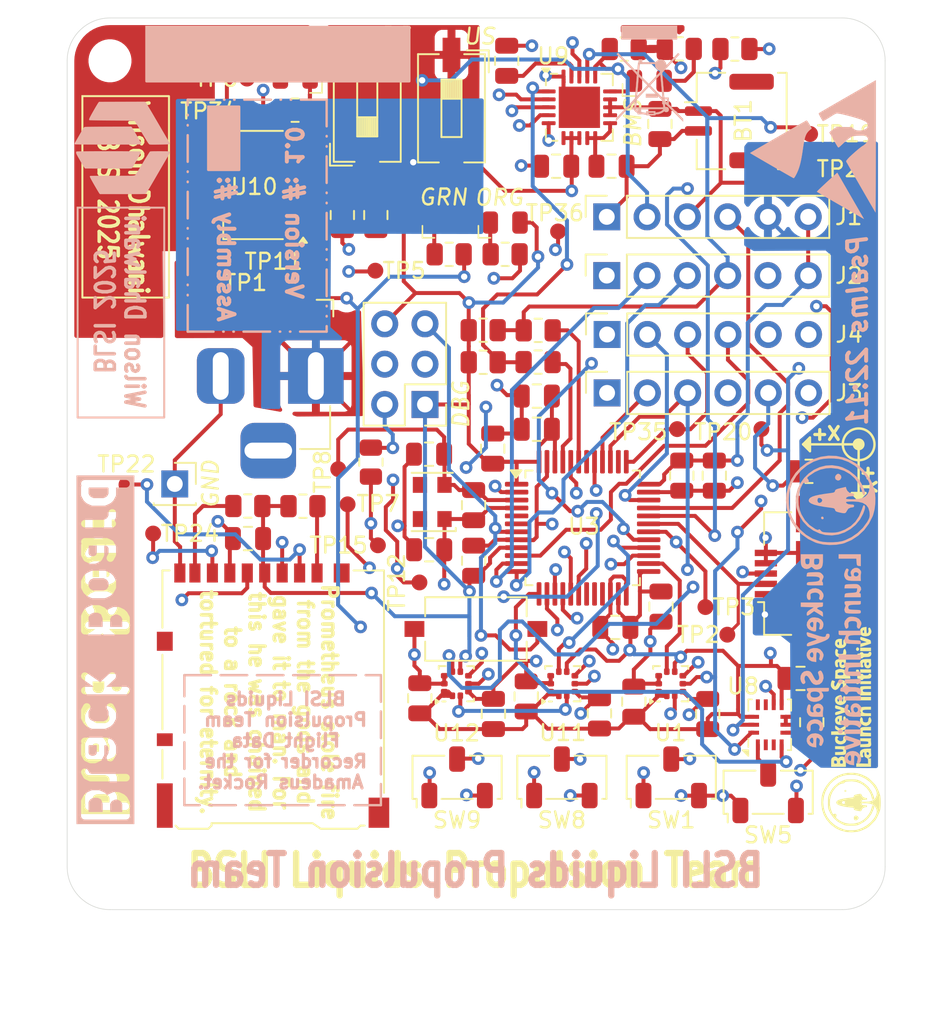
<source format=kicad_pcb>
(kicad_pcb (version 20240108) (generator "pcbnew") (generator_version "8.0")
  (layers (0 "F.Cu" signal "F. Mixed") (1 "In1.Cu" power "M. GND") (2 "In2.Cu" mixed "M. Mixed") (31 "B.Cu" signal "B. Mixed") (34 "B.Paste" user) (35 "F.Paste" user) (36 "B.SilkS" user "B.Silkscreen") (37 "F.SilkS" user "F.Silkscreen") (38 "B.Mask" user) (39 "F.Mask" user "F. Mask") (44 "Edge.Cuts" user))
  (net 0 "")
  (net 1 "+3V3")
  (net 2 "GND")
  (net 3 "+5V")
  (net 4 "Net-(D1-K)")
  (net 5 "Net-(D2-K)")
  (net 6 "Net-(D3-K)")
  (net 7 "Net-(D3-A)")
  (net 8 "Net-(D4-K)")
  (net 9 "Net-(J7-Pin_2)")
  (net 10 "/NRST")
  (net 11 "/USB_D+")
  (net 12 "/USB_D-")
  (net 13 "/SPI_SDCARD_MOSI")
  (net 14 "Net-(J9-DAT1)")
  (net 15 "Net-(J9-DAT2)")
  (net 16 "/SPI_SDCARD_CS")
  (net 17 "/SPI_SDCARD_MISO")
  (net 18 "/SPI_SDCARD_SCK")
  (net 19 "/LED_GRN")
  (net 20 "/LED_RED")
  (net 21 "/SDA")
  (net 22 "/SCL")
  (net 23 "Net-(U3-PB7)")
  (net 24 "Net-(U3-PB8)")
  (net 25 "/BOOT0")
  (net 26 "Net-(SW8-B)")
  (net 27 "Net-(SW9-B)")
  (net 28 "Net-(SW1-B)")
  (net 32 "/UART_RX")
  (net 33 "/UART_TX")
  (net 34 "/Debug_SWDIO")
  (net 35 "/INT2_BMI")
  (net 36 "/OSC32OUT")
  (net 37 "/GPIO_BMS1")
  (net 38 "/GPIO15")
  (net 39 "/GPIO_BMS3")
  (net 40 "/INT1_BMI")
  (net 41 "/Debug_SWCLK")
  (net 42 "/GPIO13")
  (net 43 "/OSC32IN")
  (net 44 "/GPIO_BMS2")
  (net 45 "/GPIO10")
  (net 46 "Net-(U9-THR)")
  (net 47 "Net-(C38-Pad2)")
  (net 48 "/BATSNS")
  (net 49 "Net-(U9-CBP)")
  (net 50 "Net-(SW3-A)")
  (net 51 "Net-(SW5-B)")
  (net 53 "unconnected-(U8-NC-Pad2)")
  (net 60 "/SYS_LOAD")
  (net 61 "/INT_BMP1")
  (net 62 "/INT_BMP2")
  (net 63 "/INT_BMP3")
  (footprint "Oscillator:Oscillator_SMD_EuroQuartz_XO32-4Pin_3.2x2.5mm" (layer "F.Cu") (at 148.685 63.09 180)
    (property "Reference" "Y1" (hide yes))
    (property "Value" "Crystal 32.768 kHz")
  )
  (footprint "Package_LGA:Bosch_LGA-14_3x2.5mm_P0.5mm" (layer "F.Cu") (at 169.965 77.125 90)
    (property "Reference" "U8")
    (property "Value" "BMI323")
  )
  (footprint "Capacitor_SMD:C_0805_2012Metric" (layer "F.Cu") (at 171.905 74.205)
    (property "Reference" "C35" (hide yes))
    (property "Value" "100 nF")
  )
  (footprint "TestPoint:TestPoint_Pad_D1.0mm" (layer "F.Cu") (at 145.1 48.52)
    (property "Reference" "TP5")
    (property "Value" "TestPoint")
  )
  (footprint "Capacitor_SMD:C_0805_2012Metric" (layer "F.Cu") (at 148.485 60.08 180)
    (property "Reference" "C13" (hide yes))
    (property "Value" "0.1 uF")
  )
  (footprint "LED_SMD:LED_0805_2012Metric" (layer "F.Cu") (at 140.05 36.36 180)
    (property "Reference" "PWR")
    (property "Value" "BLULED")
  )
  (footprint "Package_LGA:ST_HLGA-10_2x2mm_P0.5mm_LayoutBorder3x2y" (layer "F.Cu") (at 150.2075 74.5375 90)
    (property "Reference" "U12")
    (property "Value" "BMP390")
  )
  (footprint "TestPoint:TestPoint_Pad_D1.0mm" (layer "F.Cu") (at 137.02 38.47)
    (property "Reference" "TP34")
    (property "Value" "TestPoint")
  )
  (footprint "Resistor_SMD:R_0805_2012Metric" (layer "F.Cu") (at 164.26 34.55 180)
    (property "Reference" "R19" (hide yes))
    (property "Value" "270 Ω")
  )
  (footprint "Package_LGA:ST_HLGA-10_2x2mm_P0.5mm_LayoutBorder3x2y" (layer "F.Cu") (at 163.725 74.5375 90)
    (property "Reference" "U1")
    (property "Value" "BMP390")
  )
  (footprint "Capacitor_SMD:C_0805_2012Metric" (layer "F.Cu") (at 155.28 58.51 180)
    (property "Reference" "C7" (hide yes))
    (property "Value" "100 nF")
  )
  (footprint "Capacitor_SMD:C_0805_2012Metric" (layer "F.Cu") (at 152.5425 76.445 90)
    (property "Reference" "C45" (hide yes))
    (property "Value" "100nF")
  )
  (footprint "MountingHole:MountingHole_2.2mm_M2_ISO7380" (layer "F.Cu") (at 128.37 35.3)
    (property "Reference" "H1" (hide yes))
    (property "Value" "MountingHole_Pad")
  )
  (footprint "Button_Switch_SMD:Nidec_Copal_CAS-120A" (layer "F.Cu") (at 169.865 81.375 90)
    (property "Reference" "SW5")
    (property "Value" "SW_SPDT")
  )
  (footprint "Package_TO_SOT_SMD:SOT-223" (layer "F.Cu") (at 137.42 43.125 180)
    (property "Reference" "U10")
    (property "Value" "AMS1117-3.3")
  )
  (footprint "TestPoint:TestPoint_Pad_D1.0mm" (layer "F.Cu") (at 147.88 68.16)
    (property "Reference" "TP12")
    (property "Value" "TestPoint")
  )
  (footprint "Resistor_SMD:R_0805_2012Metric" (layer "F.Cu") (at 153.2825 47.49)
    (property "Reference" "LEDRES2" (hide yes))
    (property "Value" "270Ω")
  )
  (footprint "Capacitor_SMD:C_0805_2012Metric" (layer "F.Cu") (at 163.11 69.68 -90)
    (property "Reference" "C5" (hide yes))
    (property "Value" "10 uF")
  )
  (footprint "Button_Switch_SMD:SW_DIP_SPSTx01_Slide_6.7x4.1mm_W6.73mm_P2.54mm_LowProfile_JPin" (layer "F.Cu") (at 144.59 38.2525 90)
    (property "Reference" "BS")
    (property "Value" "SW_SPST")
  )
  (footprint "Capacitor_SMD:C_0805_2012Metric" (layer "F.Cu") (at 154.61 75.34 90)
    (property "Reference" "C43" (hide yes))
    (property "Value" "100nF")
  )
  (footprint "Capacitor_SMD:C_0805_2012Metric" (layer "F.Cu") (at 159.99 41.94 180)
    (property "Reference" "C38" (hide yes))
    (property "Value" "22 uF")
  )
  (footprint "Package_CSP:LFCSP-20-1EP_4x4mm_P0.5mm_EP2.6x2.6mm" (layer "F.Cu") (at 157.9625 38.23)
    (property "Reference" "U9")
    (property "Value" "ADP5063")
  )
  (footprint "MountingHole:MountingHole_2.2mm_M2_ISO7380" (layer "F.Cu") (at 174.54 35.3)
    (property "Reference" "H2" (hide yes))
    (property "Value" "MountingHole_Pad")
  )
  (footprint "Capacitor_SMD:C_0805_2012Metric" (layer "F.Cu") (at 164.42 61.43 -90)
    (property "Reference" "C6" (hide yes))
    (property "Value" "100 nF")
  )
  (footprint "Resistor_SMD:R_0805_2012Metric" (layer "F.Cu") (at 151.9 54.29 180)
    (property "Reference" "R7" (hide yes))
    (property "Value" "4.7kΩ")
  )
  (footprint "Connector_PinSocket_2.54mm:PinSocket_1x06_P2.54mm_Vertical" (layer "F.Cu") (at 159.69 45.13 90)
    (property "Reference" "J1")
    (property "Value" "Conn_01x06_Pin")
  )
  (footprint "Package_LGA:ST_HLGA-10_2x2mm_P0.5mm_LayoutBorder3x2y" (layer "F.Cu") (at 156.9175 74.5375 90)
    (property "Reference" "U11")
    (property "Value" "BMP390")
  )
  (footprint "TestPoint:TestPoint_Pad_D1.0mm" (layer "F.Cu") (at 137.01 36.42)
    (property "Reference" "TP6")
    (property "Value" "TestPoint")
  )
  (footprint "Resistor_SMD:R_0805_2012Metric" (layer "F.Cu") (at 160.79 34.56)
    (property "Reference" "R20" (hide yes))
    (property "Value" "10 kΩ")
  )
  (footprint "Connector_PinSocket_2.54mm:PinSocket_1x01_P2.54mm_Vertical" (layer "F.Cu") (at 132.455 61.955)
    (property "Reference" "GND")
    (property "Value" "Conn_01x01_Pin")
  )
  (footprint "Capacitor_SMD:C_0805_2012Metric" (layer "F.Cu") (at 151.3 66.79 90)
    (property "Reference" "C11" (hide yes))
    (property "Value" "100 nF")
  )
  (footprint "Button_Switch_SMD:Nidec_Copal_CAS-120A" (layer "F.Cu") (at 163.755 80.435 90)
    (property "Reference" "SW1")
    (property "Value" "SW_SPDT")
  )
  (footprint "TestPoint:TestPoint_Pad_D1.0mm" (layer "F.Cu") (at 140.99 47.94)
    (property "Reference" "TP11")
    (property "Value" "TestPoint")
  )
  (footprint "Resistor_SMD:R_0805_2012Metric" (layer "F.Cu") (at 137.06 63.345 180)
    (property "Reference" "R22" (hide yes))
    (property "Value" "10k")
  )
  (footprint "TestPoint:TestPoint_Pad_D1.0mm" (layer "F.Cu") (at 143.35 63.24)
    (property "Reference" "TP7")
    (property "Value" "TestPoint")
  )
  (footprint "Resistor_SMD:R_0805_2012Metric" (layer "F.Cu") (at 155.36 54.28)
    (property "Reference" "R9" (hide yes))
    (property "Value" "1Ω")
  )
  (footprint "Resistor_SMD:R_0805_2012Metric" (layer "F.Cu") (at 151.8975 52.27)
    (property "Reference" "R6" (hide yes))
    (property "Value" "4.7kΩ")
  )
  (footprint "MountingHole:MountingHole_2.2mm_M2_ISO7380" (layer "F.Cu") (at 174.54 86.07)
    (property "Reference" "H3" (hide yes))
    (property "Value" "MountingHole_Pad")
  )
  (footprint "Connector_BarrelJack:BarrelJack_Horizontal" (layer "F.Cu") (at 141.35 55.155)
    (property "Reference" "J6" (hide yes))
    (property "Value" "Barrel_Jack")
  )
  (footprint "Capacitor_SMD:C_0805_2012Metric" (layer "F.Cu") (at 160.23 70.99 180)
    (property "Reference" "C12" (hide yes))
    (property "Value" "10 uF")
  )
  (footprint "Resistor_SMD:R_0805_2012Metric" (layer "F.Cu") (at 172.44 61.16 180)
    (property "Reference" "RSTCAP1" (hide yes))
    (property "Value" "0.1uF")
  )
  (footprint "TestPoint:TestPoint_Pad_D1.0mm" (layer "F.Cu") (at 156.62 46.05)
    (property "Reference" "TP36")
    (property "Value" "TestPoint")
  )
  (footprint "Capacitor_SMD:C_0805_2012Metric" (layer "F.Cu") (at 166.055 76.45 90)
    (property "Reference" "C2" (hide yes))
    (property "Value" "100nF")
  )
  (footprint "Resistor_SMD:R_0805_2012Metric" (layer "F.Cu") (at 144.82 60.58 -90)
    (property "Reference" "R21" (hide yes))
    (property "Value" "10kΩ")
  )
  (footprint "Capacitor_SMD:C_0805_2012Metric" (layer "F.Cu") (at 163.04 39.28 90)
    (property "Reference" "C39" (hide yes))
    (property "Value" "22 uF")
  )
  (footprint "Resistor_SMD:R_0805_2012Metric" (layer "F.Cu") (at 140.5375 63.355)
    (property "Reference" "R23" (hide yes))
    (property "Value" "10k")
  )
  (footprint "Capacitor_SMD:C_0805_2012Metric" (layer "F.Cu") (at 155.28 56.42 180)
    (property "Reference" "C10" (hide yes))
    (property "Value" "100 nF")
  )
  (footprint "TestPoint:TestPoint_Pad_D1.0mm" (layer "F.Cu") (at 142.76 61.02)
    (property "Reference" "TP8")
    (property "Value" "TestPoint")
  )
  (footprint "Capacitor_SMD:C_0805_2012Metric" (layer "F.Cu") (at 151.295 63.29 -90)
    (property "Reference" "C15" (hide yes))
    (property "Value" "3 pF")
  )
  (footprint "Button_Switch_SMD:Nidec_Copal_CAS-120A" (layer "F.Cu") (at 156.86 80.435 90)
    (property "Reference" "SW8")
    (property "Value" "SW_SPDT")
  )
  (footprint "Connector_PinSocket_2.54mm:PinSocket_1x06_P2.54mm_Vertical" (layer "F.Cu") (at 159.71 52.54 90)
    (property "Reference" "J4")
    (property "Value" "Conn_01x06_Pin")
  )
  (footprint "Button_Switch_SMD:SW_DIP_SPSTx01_Slide_6.7x4.1mm_W6.73mm_P2.54mm_LowProfile_JPin" (layer "F.Cu") (at 149.9 38.2925 -90)
    (property "Reference" "US")
    (property "Value" "SW_SPST")
  )
  (footprint "TestPoint:TestPoint_Pad_D1.0mm" (layer "F.Cu") (at 169.44 58.5)
    (property "Reference" "TP20")
    (property "Value" "TestPoint")
  )
  (footprint "Capacitor_SMD:C_0805_2012Metric" (layer "F.Cu") (at 147.9025 75.455 -90)
    (property "Reference" "C46" (hide yes))
    (property "Value" "100nF")
  )
  (footprint "TestPoint:TestPoint_Pad_D1.0mm" (layer "F.Cu") (at 129.41 62)
    (property "Reference" "TP22")
    (property "Value" "TestPoint")
  )
  (footprint "TestPoint:TestPoint_Pad_D1.0mm" (layer "F.Cu") (at 164.13 58.5)
    (property "Reference" "TP35")
    (property "Value" "TestPoint")
  )
  (footprint "Capacitor_SMD:C_0805_2012Metric" (layer "F.Cu") (at 143.02 45.015 -90)
    (property "Reference" "C41" (hide yes))
    (property "Value" "10 uF")
  )
  (footprint "TestPoint:TestPoint_Pad_D1.0mm" (layer "F.Cu") (at 131.09 65.08)
    (property "Reference" "TP24")
    (property "Value" "TestPoint")
  )
  (footprint "Capacitor_SMD:C_0805_2012Metric" (layer "F.Cu") (at 172.615 76.965 90)
    (property "Reference" "C34" (hide yes))
    (property "Value" "100 nF")
  )
  (footprint "Connector_Molex:Molex_CLIK-Mate_502382-0270_1x02-1MP_P1.25mm_Vertical" (layer "F.Cu") (at 167.42 39.0925 -90)
    (property "Reference" "BT1")
    (property "Value" "4.2V Batt")
  )
  (footprint "Capacitor_SMD:C_0805_2012Metric" (layer "F.Cu") (at 137.07 65.395)
    (property "Reference" "C42" (hide yes))
    (property "Value" "100 nF")
  )
  (footprint "Capacitor_SMD:C_0805_2012Metric" (layer "F.Cu") (at 159.23 76.41 -90)
    (property "Reference" "C44" (hide yes))
    (property "Value" "100nF")
  )
  (footprint "Capacitor_SMD:C_0805_2012Metric" (layer "F.Cu") (at 145.13 45.015 -90)
    (property "Reference" "C40" (hide yes))
    (property "Value" "10 uF")
  )
  (footprint "Resistor_SMD:R_0805_2012Metric" (layer "F.Cu") (at 149.7525 47.49)
    (property "Reference" "LEDRES1" (hide yes))
    (property "Value" "270Ω")
  )
  (footprint "LED_SMD:LED_0805_2012Metric" (layer "F.Cu") (at 162.37 36.56)
    (property "Reference" "BMS")
    (property "Value" "REDLED")
  )
  (footprint "TestPoint:TestPoint_Pad_D1.0mm" (layer "F.Cu") (at 167.29 71.45)
    (property "Reference" "TP2")
    (property "Value" "TestPoint")
  )
  (footprint "Connector_USB:USB_Micro-B_Amphenol_10104110_Horizontal" (layer "F.Cu") (at 171.27 67.6 90)
    (property "Reference" "J8" (hide yes))
    (property "Value" "USB_B_Micro")
  )
  (footprint "Capacitor_SMD:C_0805_2012Metric" (layer "F.Cu") (at 161.395 75.6675 -90)
    (property "Reference" "C1" (hide yes))
    (property "Value" "100nF")
  )
  (footprint "MountingHole:MountingHole_2.2mm_M2_ISO7380" (layer "F.Cu") (at 128.37 86.07)
    (property "Reference" "H4" (hide yes))
    (property "Value" "MountingHole_Pad")
  )
  (footprint "TestPoint:TestPoint_Pad_D1.0mm" (layer "F.Cu") (at 138.72 49.28)
    (property "Reference" "TP1")
    (property "Value" "TestPoint")
  )
  (footprint "Resistor_SMD:R_0805_2012Metric" (layer "F.Cu") (at 140.04 38.41 180)
    (property "Reference" "LEDRES3" (hide yes))
    (property "Value" "75Ω")
  )
  (footprint "Button_Switch_SMD:SW_Tactile_SPST_NO_Straight_CK_PTS636Sx25SMTRLFS" (layer "F.Cu") (at 151.44 71.09 180)
    (property "Reference" "SW6" (hide yes))
    (property "Value" "SW_Push")
  )
  (footprint "Capacitor_SMD:C_0805_2012Metric" (layer "F.Cu") (at 153.38 35.3 -90)
    (property "Reference" "C36" (hide yes))
    (property "Value" "100 nF")
  )
  (footprint "LOGO" (layer "F.Cu") (at 175.076297 77.448109 90)
    (property "Reference" "G***" (hide yes))
    (property "Value" "LOGO" (hide yes))
  )
  (footprint "Connector_PinSocket_2.54mm:PinSocket_1x06_P2.54mm_Vertical" (layer "F.Cu") (at 159.69 48.83 90)
    (property "Reference" "J2")
    (property "Value" "Conn_01x06_Pin")
  )
  (footprint "Capacitor_SMD:C_0805_2012Metric" (layer "F.Cu") (at 152.5 59.73 90)
    (property "Reference" "C8" (hide yes))
    (property "Value" "100 nF")
  )
  (footprint "TestPoint:TestPoint_Pad_D1.0mm" (layer "F.Cu") (at 172.51 42.11)
    (property "Reference" "TP21")
    (property "Value" "TestPoint")
  )
  (footprint "Button_Switch_SMD:Nidec_Copal_CAS-120A" (layer "F.Cu") (at 150.2525 80.435 90)
    (property "Reference" "SW9")
    (property "Value" "SW_SPDT")
  )
  (footprint "LED_SMD:LED_0805_2012Metric" (layer "F.Cu") (at 149.7525 45.49)
    (property "Reference" "GRN")
    (property "Value" "GREENLED")
  )
  (footprint "TestPoint:TestPoint_Pad_D1.0mm" (layer "F.Cu") (at 172.51 39.91)
    (property "Reference" "TP19")
    (property "Value" "TestPoint")
  )
  (footprint "TestPoint:TestPoint_Pad_D1.0mm" (layer "F.Cu") (at 145.26 65.82)
    (property "Reference" "TP15")
    (property "Value" "TestPoint")
  )
  (footprint "Connector_PinSocket_2.54mm:PinSocket_1x06_P2.54mm_Vertical" (layer "F.Cu") (at 159.71 56.22 90)
    (property "Reference" "J3")
    (property "Value" "Conn_01x06_Pin")
  )
  (footprint "Capacitor_SMD:C_0805_2012Metric" (layer "F.Cu") (at 156.5 41.94)
    (property "Reference" "C37" (hide yes))
    (property "Value" "10 uF")
  )
  (footprint "Capacitor_SMD:C_0805_2012Metric" (layer "F.Cu") (at 148.495 66.1)
    (property "Reference" "C14" (hide yes))
    (property "Value" "0.1 uF")
  )
  (footprint "Connector_Card:microSD_HC_Hirose_DM3AT-SF-PEJM5" (layer "F.Cu") (at 138.65 75.29)
    (property "Reference" "J9" (hide yes))
    (property "Value" "Micro_SD_Card")
  )
  (footprint "Connector_PinHeader_2.54mm:PinHeader_2x03_P2.54mm_Vertical" (layer "F.Cu") (at 148.23 56.95 180)
    (property "Reference" "DBG")
    (property "Value" "Conn_02x03_Counter_Clockwise")
  )
  (footprint "Package_QFP:LQFP-48_7x7mm_P0.5mm" (layer "F.Cu") (at 158.17 64.72)
    (property "Reference" "U3")
    (property "Value" "STM32U575CIT6")
  )
  (footprint "Resistor_SMD:R_0805_2012Metric" (layer "F.Cu") (at 167.77 34.56)
    (property "Reference" "R18" (hide yes))
    (property "Value" "10 kΩ")
  )
  (footprint "TestPoint:TestPoint_Pad_D1.0mm" (layer "F.Cu") (at 165.91 69.71)
    (property "Reference" "TP3")
    (property "Value" "TestPoint")
  )
  (footprint "LED_SMD:LED_0805_2012Metric" (layer "F.Cu") (at 153.2825 45.49)
    (property "Reference" "ORG")
    (property "Value" "ORNGELED")
  )
  (footprint "Resistor_SMD:R_0805_2012Metric" (layer "F.Cu") (at 155.3675 52.28)
    (property "Reference" "R8" (hide yes))
    (property "Value" "1Ω")
  )
  (footprint "Capacitor_SMD:C_0805_2012Metric" (layer "F.Cu") (at 166.47 61.43 -90)
    (property "Reference" "C9" (hide yes))
    (property "Value" "100 nF")
  )
  (footprint "LOGO" (layer "B.Cu") (at 173.79 69.89 -90)
    (property "Reference" "G***" (hide yes))
    (property "Value" "LOGO" (hide yes))
  )
  (footprint "Symbol:ESD-Logo_8.9x8mm_SilkScreen" (layer "B.Cu") (at 172.669146 40.901095 -90)
    (property "Reference" "REF**" (hide yes))
    (property "Value" "ESD-Logo_8.9x8mm_SilkScreen" (hide yes))
  )
  (footprint "Symbol:WEEE-Logo_4.2x6mm_SilkScreen" (layer "B.Cu") (at 162.38 36.11)
    (property "Reference" "REF**" (hide yes))
    (property "Value" "WEEE-Logo_4.2x6mm_SilkScreen" (hide yes))
  )
  (footprint "LOGO" (layer "B.Cu") (at 128.92 40.81 90)
    (property "Reference" "G***" (hide yes))
    (property "Value" "LOGO" (hide yes))
  )
  (gr_rect (start 134.565 38.19) (end 136.515 42.17) (stroke (width 0.1524)) (fill solid) (layer "B.SilkS"))
  (gr_rect (start 130.67 33.17) (end 147.24 36.59) (stroke (width 0.1524)) (fill solid) (layer "B.SilkS"))
  (gr_rect (start 133.060002 74) (end 145.450002 82.19) (stroke (width 0.1524) (type dash)) (fill none) (layer "B.SilkS"))
  (gr_rect (start 126.33 44.55) (end 131.79 57.77) (stroke (width 0.125)) (fill none) (layer "B.SilkS"))
  (gr_rect (start 133.27 37.75) (end 142.03 52.36) (stroke (width 0.1524) (type dash_dot_dot)) (fill none) (layer "B.SilkS"))
  (gr_line (start 175.67 62.72) (end 175.5 62.74) (stroke (width 0.1524)) (layer "F.SilkS"))
  (gr_line (start 175.57 62.96) (end 175.138665 62.528665) (stroke (width 0.1524)) (layer "F.SilkS"))
  (gr_line (start 172.28 59.5) (end 172.42 59.54) (stroke (width 0.1524)) (layer "F.SilkS"))
  (gr_line (start 172.501335 59.891335) (end 172.501335 59.028665) (stroke (width 0.1524)) (layer "F.SilkS"))
  (gr_line (start 175.57 62.96) (end 175.57 59.46) (stroke (width 0.1524)) (layer "F.SilkS"))
  (gr_line (start 176.001335 62.528665) (end 175.138665 62.528665) (stroke (width 0.1524)) (layer "F.SilkS"))
  (gr_line (start 172.07 59.46) (end 172.501335 59.028665) (stroke (width 0.1524)) (layer "F.SilkS"))
  (gr_line (start 172.42 59.54) (end 172.4 59.26) (stroke (width 0.1524)) (layer "F.SilkS"))
  (gr_line (start 172.07 59.46) (end 172.501335 59.891335) (stroke (width 0.1524)) (layer "F.SilkS"))
  (gr_line (start 172.4 59.26) (end 172.29 59.36) (stroke (width 0.1524)) (layer "F.SilkS"))
  (gr_line (start 175.57 62.96) (end 176.001335 62.528665) (stroke (width 0.1524)) (layer "F.SilkS"))
  (gr_line (start 172.44 59.72) (end 172.28 59.5) (stroke (width 0.1524)) (layer "F.SilkS"))
  (gr_circle (center 175.57 59.46) (end 174.57 59.46) (stroke (width 0.1524)) (fill none) (layer "F.SilkS"))
  (gr_line (start 175.35 62.63) (end 175.67 62.72) (stroke (width 0.1524)) (layer "F.SilkS"))
  (gr_rect (start 126.63 37.525) (end 132.09 50.215) (stroke (width 0.125)) (fill none) (layer "F.SilkS"))
  (gr_circle (center 175.57 59.46) (end 175.27 59.46) (stroke (width 0.1524)) (fill solid) (layer "F.SilkS"))
  (gr_line (start 175.57 59.46) (end 172.07 59.46) (stroke (width 0.1524)) (layer "F.SilkS"))
  (gr_line (start 175.83 62.64) (end 175.35 62.63) (stroke (width 0.1524)) (layer "F.SilkS"))
  (gr_arc (start 128.37 88.77) (mid 126.460812 87.979188) (end 125.67 86.07) (stroke (width 0.0381)) (layer "Edge.Cuts"))
  (gr_arc (start 177.24 86.07) (mid 176.449188 87.979188) (end 174.54 88.77) (stroke (width 0.0381)) (layer "Edge.Cuts"))
  (gr_line (start 174.54 32.6) (end 128.37 32.6) (stroke (width 0.0381)) (layer "Edge.Cuts"))
  (gr_line (start 125.67 35.3) (end 125.67 86.07) (stroke (width 0.0381)) (layer "Edge.Cuts"))
  (gr_line (start 128.37 88.77) (end 174.54 88.77) (stroke (width 0.0381)) (layer "Edge.Cuts"))
  (gr_line (start 177.24 86.07) (end 177.24 35.3) (stroke (width 0.0381)) (layer "Edge.Cuts"))
  (gr_arc (start 125.67 35.3) (mid 126.460812 33.390812) (end 128.37 32.6) (stroke (width 0.0381)) (layer "Edge.Cuts"))
  (gr_arc (start 174.54 32.6) (mid 176.449188 33.390812) (end 177.24 35.3) (stroke (width 0.0381)) (layer "Edge.Cuts"))
  (gr_text "Version #: 1.0" (at 139.97 44.86 270) (layer "B.SilkS") (effects (font (size 1 1) (thickness 0.25) (bold yes)) (justify mirror)))
  (gr_text "Psalms 22:11" (at 175.5 52.26 90) (layer "B.SilkS") (effects (font (size 1.2 1.15) (thickness 0.25) (bold yes) (italic yes)) (justify mirror)))
  (gr_text "BLSI Liquids \nPropulsion Team \nFlight Data \nRecorder for the \nAmadeus Rocket.\n" (at 139.13 78.12 0) (layer "B.SilkS") (effects (font (size 0.8128 0.8128) (thickness 0.2032) (bold yes)) (justify mirror)))
  (gr_text "\n\n\nAssembly #: 1.0\n" (at 138.085 45.57 -90) (layer "B.SilkS") (effects (font (size 1 1) (thickness 0.25) (bold yes)) (justify mirror)))
  (gr_text "Wilson Dhalwani\nBLSI 2025" (at 128.95 51.085 -90) (layer "B.SilkS") (effects (font (size 1.2 1) (thickness 0.225) (bold yes)) (justify mirror)))
  (gr_text "Black Board" (at 127.96 72.4 270) (layer "B.SilkS" knockout) (effects (font (size 2.6 2.4) (thickness 0.475) (bold yes)) (justify mirror)))
  (gr_text "BSLI Liquids Propulsion Team" (at 151.4 86.3 0) (layer "B.SilkS") (effects (font (size 2 1.6) (thickness 0.4) (bold yes)) (justify mirror)))
  (gr_text "Black Board" (at 128.08 73.11 270) (layer "F.SilkS" knockout) (effects (font (size 2.3 2.1) (thickness 0.475) (bold yes))))
  (gr_text "Wilson Dhalwani\nBLSI 2025" (at 129.2 43.91 270) (layer "F.SilkS") (effects (font (size 1.2 1) (thickness 0.225) (bold yes))))
  (gr_text "+Y" (at 175.744729 60.64 -90) (layer "F.SilkS") (effects (font (size 0.8128 0.8128) (thickness 0.2032) (bold yes)) (justify left bottom)))
  (gr_text "BSLI Liquids Propulsion Team" (at 151.42 86.3 0) (layer "F.SilkS") (effects (font (size 2 1.6) (thickness 0.4) (bold yes))))
  (gr_text "Prometheus stole fire \nfrom the gods and \ngave it to man. For \nthis he was chained \nto a rock and \ntortured for eternity. " (at 138.39 76.05 270) (layer "F.SilkS") (effects (font (size 0.95 0.9) (thickness 0.225) (bold yes))))
  (gr_text "+X" (at 172.48 59.26 0) (layer "F.SilkS") (effects (font (size 0.8128 0.8128) (thickness 0.2032) (bold yes)) (justify left bottom)))
  (segment (start 150.8825 81.585) (end 150.8425 81.545) (width 0.25) (layer "F.Cu") (net 1))
  (segment (start 170.42 73.42) (end 170.72 73.72) (width 0.25) (layer "F.Cu") (net 1))
  (segment (start 158.61 81.58) (end 157.39 81.58) (width 0.25) (layer "F.Cu") (net 1))
  (segment (start 170 72.61) (end 170 72.86) (width 0.25) (layer "F.Cu") (net 1))
  (segment (start 150.988 53.2812) (end 150.988 52.2725) (width 0.25) (layer "F.Cu") (net 1))
  (segment (start 164.3525 72.8525) (end 164.742213 72.462787) (width 0.25) (layer "F.Cu") (net 1))
  (segment (start 159.23 77.36) (end 160.45 77.36) (width 0.25) (layer "F.Cu") (net 1))
  (segment (start 161.78 70.22) (end 161.78 68.71) (width 0.25) (layer "F.Cu") (net 1))
  (segment (start 138.4 41.84) (end 138.97 41.84) (width 0.25) (layer "F.Cu") (net 1))
  (segment (start 149.695 75.0375) (end 149.9575 75.3) (width 0.25) (layer "F.Cu") (net 1))
  (segment (start 166.055 77.4) (end 162.425 77.4) (width 0.25) (layer "F.Cu") (net 1))
  (segment (start 170.04 72.9) (end 170.04 73.29) (width 0.25) (layer "F.Cu") (net 1))
  (segment (start 148.23 56.95) (end 150.978 56.95) (width 0.25) (layer "F.Cu") (net 1))
  (segment (start 147.63 49.93) (end 145.69 51.87) (width 0.25) (layer "F.Cu") (net 1))
  (segment (start 167.97 76.45) (end 167.97 76.14) (width 0.25) (layer "F.Cu") (net 1))
  (segment (start 167.012787 72.462787) (end 167.97 73.42) (width 0.25) (layer "F.Cu") (net 1))
  (segment (start 146.66 45.02) (end 144.21 45.02) (width 0.25) (layer "F.Cu") (net 1))
  (segment (start 149.24 75.3) (end 149.215 75.325) (width 0.25) (layer "F.Cu") (net 1))
  (segment (start 162.85 75.22) (end 163.395 75.22) (width 0.25) (layer "F.Cu") (net 1))
  (segment (start 161.6325 76.6175) (end 162.85 75.4) (width 0.25) (layer "F.Cu") (net 1))
  (segment (start 161.18 72.38) (end 161.14 72.42) (width 0.25) (layer "F.Cu") (net 1))
  (segment (start 156.3275 75.21) (end 156.5775 75.21) (width 0.25) (layer "F.Cu") (net 1))
  (segment (start 154.9025 76.29) (end 155.95625 75.23625) (width 0.25) (layer "F.Cu") (net 1))
  (segment (start 150.978 56.95) (end 150.988 56.94) (width 0.25) (layer "F.Cu") (net 1))
  (segment (start 155.27 45.79) (end 154.97 45.49) (width 0.25) (layer "F.Cu") (net 1))
  (segment (start 161.78 68.71) (end 161.81 68.74) (width 0.25) (layer "F.Cu") (net 1))
  (segment (start 149.33 75.21) (end 149.445 75.095) (width 0.25) (layer "F.Cu") (net 1))
  (segment (start 172.615 79.275) (end 172.615 77.915) (width 0.25) (layer "F.Cu") (net 1))
  (segment (start 155.95625 75.23625) (end 156.155 75.0375) (width 0.25) (layer "F.Cu") (net 1))
  (segment (start 154.375 77.395) (end 154.61 77.16) (width 0.25) (layer "F.Cu") (net 1))
  (segment (start 149.445 75.065) (end 149.68 75.3) (width 0.25) (layer "F.Cu") (net 1))
  (segment (start 147.63 49.93) (end 150.4 49.93) (width 0.25) (layer "F.Cu") (net 1))
  (segment (start 135.74 39.18) (end 138.4 41.84) (width 0.25) (layer "F.Cu") (net 1))
  (segment (start 149.68 75.3) (end 149.42 75.3) (width 0.25) (layer "F.Cu") (net 1))
  (segment (start 152.6225 60.5575) (end 154.008 60.5575) (width 0.25) (layer "F.Cu") (net 1))
  (segment (start 146.89 49.19) (end 147.63 49.93) (width 0.25) (layer "F.Cu") (net 1))
  (segment (start 167.925306 60.48) (end 166.47 60.48) (width 0.25) (layer "F.Cu") (net 1))
  (segment (start 149.42 75.3) (end 149.33 75.21) (width 0.25) (layer "F.Cu") (net 1))
  (segment (start 155.355 47.64) (end 155.27 47.555) (width 0.25) (layer "F.Cu") (net 1))
  (segment (start 138.505 68.825) (end 138.125 68.445) (width 0.25) (layer "F.Cu") (net 1))
  (segment (start 155.27 47.555) (end 155.27 45.79) (width 0.25) (layer "F.Cu") (net 1))
  (segment (start 135.74 36.87) (end 135.74 39.18) (width 0.25) (layer "F.Cu") (net 1))
  (segment (start 137.01 36.42) (end 136.19 36.42) (width 0.25) (layer "F.Cu") (net 1))
  (segment (start 140.255 43.125) (end 140.325 43.125) (width 0.25) (layer "F.Cu") (net 1))
  (segment (start 168.9525 76.625) (end 168.145 76.625) (width 0.25) (layer "F.Cu") (net 1))
  (segment (start 148.1525 76.405) (end 147.9025 76.405) (width 0.25) (layer "F.Cu") (net 1))
  (segment (start 161.1925 76.6175) (end 161.395 76.6175) (width 0.25) (layer "F.Cu") (net 1))
  (segment (start 161.78 68.71) (end 161.78 67.63) (width 0.25) (layer "F.Cu") (net 1))
  (segment (start 170.715 75.8625) (end 170.715 74.445) (width 0.25) (layer "F.Cu") (net 1))
  (segment (start 163.225 75.3) (end 163.475 75.3) (width 0.25) (layer "F.Cu") (net 1))
  (segment (start 164.742213 72.462787) (end 167.012787 72.462787) (width 0.25) (layer "F.Cu") (net 1))
  (segment (start 164.385 81.59) (end 164.375 81.58) (width 0.25) (layer "F.Cu") (net 1))
  (segment (start 149.215 75.325) (end 149.33 75.21) (width 0.25) (layer "F.Cu") (net 1))
  (segment (start 163.035 61.97) (end 163.31 61.695) (width 0.25) (layer "F.Cu") (net 1))
  (segment (start 149.42 75.3) (end 149.24 75.3) (width 0.25) (layer "F.Cu") (net 1))
  (segment (start 151.54 67.74) (end 152.33 66.95) (width 0.25) (layer "F.Cu") (net 1))
  (segment (start 150.4575 73.775) (end 150.4575 73.13) (width 0.25) (layer "F.Cu") (net 1))
  (segment (start 138.125 68.445) (end 138.125 67.565) (width 0.25) (layer "F.Cu") (net 1))
  (segment (start 172.39 48.83) (end 172.39 45.13) (width 0.25) (layer "F.Cu") (net 1))
  (segment (start 154.97 45.49) (end 154.22 45.49) (width 0.25) (layer "F.Cu") (net 1))
  (segment (start 154.008 60.5575) (end 154.008 61.9695) (width 0.25) (layer "F.Cu") (net 1))
  (segment (start 159.23 77.36) (end 159.22 77.37) (width 0.25) (layer "F.Cu") (net 1))
  (segment (start 161.78 67.63) (end 161.94 67.47) (width 0.25) (layer "F.Cu") (net 1))
  (segment (start 138.02 65.395) (end 138.02 63.3925) (width 0.25) (layer "F.Cu") (net 1))
  (segment (start 162.85 75.4) (end 162.85 75.15) (width 0.25) (layer "F.Cu") (net 1))
  (segment (start 137.01 36.42) (end 139.0525 36.42) (width 0.25) (layer "F.Cu") (net 1))
  (segment (start 150.4 49.93) (end 151 50.53) (width 0.25) (layer "F.Cu") (net 1))
  (segment (start 150.985 52.27) (end 150.985 50.545) (width 0.25) (layer "F.Cu") (net 1))
  (segment (start 150.988 56.94) (end 150.988 56.3616) (width 0.25) (layer "F.Cu") (net 1))
  (segment (start 157.1675 73.2425) (end 158.025 72.385) (width 0.25) (layer "F.Cu") (net 1))
  (segment (start 171.9 79.99) (end 172.615 79.275) (width 0.25) (layer "F.Cu") (net 1))
  (segment (start 167 81.59) (end 167.52 81.59) (width 0.25) (layer "F.Cu") (net 1))
  (segment (start 165.505 81.59) (end 164.385 81.59) (width 0.25) (layer "F.Cu") (net 1))
  (segment (start 163.975 73.23) (end 163.975 73.775) (width 0.25) (layer "F.Cu") (net 1))
  (segment (start 163.3475 34.55) (end 161.712 34.55) (width 0.25) (layer "F.Cu") (net 1))
  (segment (start 163.31 61.35) (end 164.18 60.48) (width 0.25) (layer "F.Cu") (net 1))
  (segment (start 162.425 77.4) (end 161.6425 76.6175) (width 0.25) (layer "F.Cu") (net 1))
  (segment (start 152.24 60.68) (end 150.988 59.428) (width 0.25) (layer "F.Cu") (net 1))
  (segment (start 156.6675 75.21) (end 156.59 75.21) (width 0.25) (layer "F.Cu") (net 1))
  (segment (start 159.695 73.095) (end 160.465 73.095) (width 0.25) (layer "F.Cu") (net 1))
  (segment (start 150.985 50.545) (end 151 50.53) (width 0.25) (layer "F.Cu") (net 1))
  (segment (start 149.9575 75.3) (end 149.68 75.3) (width 0.25) (layer "F.Cu") (net 1))
  (segment (start 161.18 70.82) (end 161.78 70.22) (width 0.25) (layer "F.Cu") (net 1))
  (segment (start 162.85 75.4) (end 162.95 75.3) (width 0.25) (layer "F.Cu") (net 1))
  (segment (start 150.988 53.2812) (end 150.988 53.2817) (width 0.25) (layer "F.Cu") (net 1))
  (segment (start 167.97 73.42) (end 170.42 73.42) (width 0.25) (layer "F.Cu") (net 1))
  (segment (start 155.42 60.5575) (end 155.42 59.56) (width 0.25) (layer "F.Cu") (net 1))
  (segment (start 167.52 81.59) (end 168.115 82.185) (width 0.25) (layer "F.Cu") (net 1))
  (segment (start 154.87 76.29) (end 154.61 76.29) (width 0.25) (layer "F.Cu") (net 1))
  (segment (start 166.055 76.715) (end 166.32 76.45) (width 0.25) (layer "F.Cu") (net 1))
  (segment (start 161.6425 76.6175) (end 161.395 76.6175) (width 0.25) (layer "F.Cu") (net 1))
  (segment (start 152.5425 77.395) (end 149.1425 77.395) (width 0.25) (layer "F.Cu") (net 1))
  (segment (start 161.86 68.73) (end 163.11 68.73) (width 0.25) (layer "F.Cu") (net 1))
  (segment (start 138.97 41.84) (end 140.255 43.125) (width 0.25) (layer "F.Cu") (net 1))
  (segment (start 137.9725 63.345) (end 139.615 63.345) (width 0.25) (layer "F.Cu") (net 1))
  (segment (start 152.5425 77.395) (end 154.375 77.395) (width 0.25) (layer "F.Cu") (net 1))
  (segment (start 160.45 77.36) (end 161.1925 76.6175) (width 0.25) (layer "F.Cu") (net 1))
  (segment (start 160.42 70) (end 161.18 70.76) (width 0.25) (layer "F.Cu") (net 1))
  (segment (start 149.69 44.3) (end 147.64 44.3) (width 0.25) (layer "F.Cu") (net 1))
  (segment (start 150.988 56.3616) (end 150.988 54.29) (width 0.25) (layer "F.Cu") (net 1))
  (segment (start 149.445 75.0375) (end 149.695 75.0375) (width 0.25) (layer "F.Cu") (net 1))
  (segment (start 152.0025 81.585) (end 150.8825 81.585) (width 0.25) (layer "F.Cu") (net 1))
  (segment (start 167.97 76.14) (end 167.97 73.42) (width 0.25) (layer "F.Cu") (net 1))
  (segment (start 162.85 75.15) (end 162.9625 75.0375) (width 0.25) (layer "F.Cu") (net 1))
  (segment (start 162.95 75.3) (end 163.475 75.3) (width 0.25) (layer "F.Cu") (net 1))
  (segment (start 172.325 77.625) (end 170.9775 77.625) (width 0.25) (layer "F.Cu") (net 1))
  (segment (start 141.735 44.065) (end 140.795 43.125) (width 0.25) (layer "F.Cu") (net 1))
  (segment (start 143.02 44.065) (end 141.735 44.065) (width 0.25) (layer "F.Cu") (net 1))
  (segment (start 158.985 72.385) (end 159.695 73.095) (width 0.25) (layer "F.Cu") (net 1))
  (segment (start 156.42 60.5575) (end 156.42 58.7) (width 0.25) (layer "F.Cu") (net 1))
  (segment (start 157.1675 73.685) (end 157.1675 73.2425) (width 0.25) (layer "F.Cu") (net 1))
  (segment (start 148.1525 76.405) (end 148.1525 76.3875) (width 0.25) (layer "F.Cu") (net 1))
  (segment (start 152.33 66.5961) (end 152.956 65.97) (width 0.25) (layer "F.Cu") (net 1))
  (segment (start 149.1425 77.395) (end 148.1525 76.405) (width 0.25) (layer "F.Cu") (net 1))
  (segment (start 159.22 77.37) (end 155.95 77.37) (width 0.25) (layer "F.Cu") (net 1))
  (segment (start 158.025 72.385) (end 158.985 72.385) (width 0.25) (layer "F.Cu") (net 1))
  (segment (start 163.395 75.22) (end 163.475 75.3) (width 0.25) (layer "F.Cu") (net 1))
  (segment (start 150.69 45.3) (end 149.69 44.3) (width 0.25) (layer "F.Cu") (net 1))
  (segment (start 166.32 76.45) (end 167.97 76.45) (width 0.25) (layer "F.Cu") (net 1))
  (segment (start 149.445 75.0375) (end 149.445 75.065) (width 0.25) (layer "F.Cu") (net 1))
  (segment (start 150.988 53.7858) (end 150.988 53.2817) (width 0.25) (layer "F.Cu") (net 1))
  (segment (start 155.95 77.37) (end 154.87 76.29) (width 0.25) (layer "F.Cu") (net 1))
  (segment (start 150.988 59.428) (end 150.988 56.3616) (width 0.25) (layer "F.Cu") (net 1))
  (segment (start 155.95625 75.23625) (end 155.9825 75.21) (width 0.25) (layer "F.Cu") (net 1))
  (segment (start 151.0331 68.724999) (end 151.0331 67.7769) (width 0.25) (layer "F.Cu") (net 1))
  (segment (start 161.81 68.74) (end 161.85 68.74) (width 0.25) (layer "F.Cu") (net 1))
  (segment (start 144.21 45.02) (end 143.255 44.065) (width 0.25) (layer "F.Cu") (net 1))
  (segment (start 170 72.86) (end 170.04 72.9) (width 0.25) (layer "F.Cu") (net 1))
  (segment (start 163.31 61.695) (end 163.31 61.35) (width 0.25) (layer "F.Cu") (net 1))
  (segment (start 164.37 35.74) (end 163.348 34.7175) (width 0.25) (layer "F.Cu") (net 1))
  (segment (start 152.33 66.95) (end 152.33 66.5961) (width 0.25) (layer "F.Cu") (net 1))
  (segment (start 156.5775 75.21) (end 156.6675 75.3) (width 0.25) (layer "F.Cu") (net 1))
  (segment (start 162.9625 75.0375) (end 163.225 75.3) (width 0.25) (layer "F.Cu") (net 1))
  (segment (start 164.3525 72.8525) (end 163.975 73.23) (width 0.25) (layer "F.Cu") (net 1))
  (segment (start 168.115 82.185) (end 168.115 82.525) (width 0.25) (layer "F.Cu") (net 1))
  (segment (start 154.61 76.42) (end 154.66 76.42) (width 0.25) (layer "F.Cu") (net 1))
  (segment (start 154.61 76.29) (end 154.9025 76.29) (width 0.25) (layer "F.Cu") (net 1))
  (segment (start 146.92 45.02) (end 146.66 45.02) (width 0.25) (layer "F.Cu") (net 1))
  (segment (start 166.055 77.4) (end 166.055 76.715) (width 0.25) (layer "F.Cu") (net 1))
  (segment (start 148.1525 76.3875) (end 149.215 75.325) (width 0.25) (layer "F.Cu") (net 1))
  (segment (start 155.42 60.5575) (end 152.622 60.5575) (width 0.25) (layer "F.Cu") (net 1))
  (segment (start 149.445 75.095) (end 149.445 75.0375) (width 0.25) (layer "F.Cu") (net 1))
  (segment (start 167 81.59) (end 165.505 81.59) (width 0.25) (layer "F.Cu") (net 1))
  (segment (start 164.48 60.48) (end 166.47 60.48) (width 0.25) (layer "F.Cu") (net 1))
  (segment (start 152.956 65.97) (end 154.0075 65.97) (width 0.25) (layer "F.Cu") (net 1))
  (segment (start 156.23 56.42) (end 156.23 58.51) (width 0.25) (layer "F.Cu") (net 1))
  (segment (start 161.18 70.99) (end 161.18 72.38) (width 0.25) (layer "F.Cu") (net 1))
  (segment (start 162.3325 61.97) (end 163.035 61.97) (width 0.25) (layer "F.Cu") (net 1))
  (segment (start 160.465 73.095) (end 161.14 72.42) (width 0.25) (layer "F.Cu") (net 1))
  (segment (start 147.64 44.3) (end 146.92 45.02) (width 0.25) (layer "F.Cu") (net 1))
  (segment (start 154.61 77.16) (end 154.61 76.29) (width 0.25) (layer "F.Cu") (net 1))
  (segment (start 161.85 68.74) (end 161.86 68.73) (width 0.25) (layer "F.Cu") (net 1))
  (segment (start 168.145 76.625) (end 167.97 76.45) (width 0.25) (layer "F.Cu") (net 1))
  (segment (start 160.42 68.8825) (end 160.42 70) (width 0.25) (layer "F.Cu") (net 1))
  (segment (start 155.42 59.56) (end 156.23 58.75) (width 0.25) (layer "F.Cu") (net 1))
  (segment (start 136.19 36.42) (end 135.74 36.87) (width 0.25) (layer "F.Cu") (net 1))
  (segment (start 151.0331 67.7769) (end 151.07 67.74) (width 0.25) (layer "F.Cu") (net 1))
  (segment (start 150.4575 73.13) (end 150.7925 72.795) (width 0.25) (layer "F.Cu") (net 1))
  (segment (start 138.02 65.395) (end 138.02 67.46) (width 0.25) (layer "F.Cu") (net 1))
  (segment (start 161.395 76.6175) (end 161.6325 76.6175) (width 0.25) (layer "F.Cu") (net 1))
  (segment (start 144.86 68.825) (end 138.505 68.825) (width 0.25) (layer "F.Cu") (net 1))
  (segment (start 139.0525 36.42) (end 139.1125 36.36) (width 0.25) (layer "F.Cu") (net 1))
  (segment (start 170.72 73.72) (end 170.72 73.97) (width 0.25) (layer "F.Cu") (net 1))
  (segment (start 155.9825 75.21) (end 156.3275 75.21) (width 0.25) (layer "F.Cu") (net 1))
  (segment (start 146.89 45.09) (end 146.89 49.19) (width 0.25) (layer "F.Cu") (net 1))
  (segment (start 156.155 75.0375) (end 156.3275 75.21) (width 0.25) (layer "F.Cu") (net 1))
  (via (at 151 50.53) (size 0.8) (drill 0.4) (layers "F.Cu" "B.Cu") (net 1))
  (via (at 150.7925 72.795) (size 0.8) (drill 0.4) (layers "F.Cu" "B.Cu") (net 1))
  (via (at 164.3525 72.8525) (size 0.8) (drill 0.4) (layers "F.Cu" "B.Cu") (net 1))
  (via (at 171.9 79.99) (size 0.8) (drill 0.4) (layers "F.Cu" "B.Cu") (net 1))
  (via (at 157.39 81.58) (size 0.8) (drill 0.4) (layers "F.Cu" "B.Cu") (net 1))
  (via (at 167.925306 60.48) (size 0.8) (drill 0.4) (layers "F.Cu" "B.Cu") (net 1))
  (via (at 167 81.59) (size 0.8) (drill 0.4) (layers "F.Cu" "B.Cu") (net 1))
  (via (at 150.8425 81.545) (size 0.8) (drill 0.4) (layers "F.Cu" "B.Cu") (net 1))
  (via (at 170 72.61) (size 0.8) (drill 0.4) (layers "F.Cu" "B.Cu") (net 1))
  (via (at 161.14 72.42) (size 0.8) (drill 0.4) (layers "F.Cu" "B.Cu") (net 1))
  (via (at 144.86 68.825) (size 0.8) (drill 0.4) (layers "F.Cu" "B.Cu") (net 1))
  (via (at 151.0331 68.724999) (size 0.8) (drill 0.4) (layers "F.Cu" "B.Cu") (net 1))
  (via (at 164.375 81.58) (size 0.8) (drill 0.4) (layers "F.Cu" "B.Cu") (net 1))
  (via (at 164.37 35.74) (size 0.8) (drill 0.4) (layers "F.Cu" "B.Cu") (net 1))
  (via (at 155.355 47.64) (size 0.8) (drill 0.4) (layers "F.Cu" "B.Cu") (net 1))
  (segment (start 155.355 48.335) (end 153.16 50.53) (width 0.25) (layer "B.Cu") (net 1))
  (segment (start 167.925306 60.48) (end 167.925306 58.154694) (width 0.25) (layer "B.Cu") (net 1))
  (segment (start 161.405153 72.685153) (end 161.14 72.42) (width 0.25) (layer "B.Cu") (net 1))
  (segment (start 146.325 70.29) (end 151.03 70.29) (width 0.25) (layer "B.Cu") (net 1))
  (segment (start 148.23 65.92) (end 148.23 56.95) (width 0.25) (layer "B.Cu") (net 1))
  (segment (start 167.925306 58.154694) (end 168.58 57.5) (width 0.25) (layer "B.Cu") (net 1))
  (segment (start 169.71 50.68) (end 170.78 50.68) (width 0.25) (layer "B.Cu") (net 1))
  (segment (start 168.58 57.5) (end 168.58 51.81) (width 0.25) (layer "B.Cu") (net 1))
  (segment (start 151.03 71.72) (end 151.03 68.728099) (width 0.25) (layer "B.Cu") (net 1))
  (segment (start 150.7925 72.795) (end 151.03 72.5575) (width 0.25) (layer "B.Cu") (net 1))
  (segment (start 144.86 68.825) (end 146.325 70.29) (width 0.25) (layer "B.Cu") (net 1))
  (segment (start 168.58 51.81) (end 169.71 50.68) (width 0.25) (layer "B.Cu") (net 1))
  (segment (start 151.03 68.728099) (end 151.0331 68.724999) (width 0.25) (layer "B.Cu") (net 1))
  (segment (start 153.16 50.53) (end 151 50.53) (width 0.25) (layer "B.Cu") (net 1))
  (segment (start 164.185153 72.685153) (end 161.405153 72.685153) (width 0.25) (layer "B.Cu") (net 1))
  (segment (start 151.0331 68.724999) (end 151.0331 68.7231) (width 0.25) (layer "B.Cu") (net 1))
  (segment (start 164.3525 72.8525) (end 164.185153 72.685153) (width 0.25) (layer "B.Cu") (net 1))
  (segment (start 155.355 47.64) (end 155.355 48.335) (width 0.25) (layer "B.Cu") (net 1))
  (segment (start 151.03 70.29) (end 151.03 71.6) (width 0.25) (layer "B.Cu") (net 1))
  (segment (start 151.0331 68.7231) (end 148.23 65.92) (width 0.25) (layer "B.Cu") (net 1))
  (segment (start 151.03 72.5575) (end 151.03 71.72) (width 0.25) (layer "B.Cu") (net 1))
  (segment (start 170.78 50.68) (end 172.39 49.07) (width 0.25) (layer "B.Cu") (net 1))
  (segment (start 135.925 67.565) (end 135.925 65.59) (width 0.25) (layer "F.Cu") (net 2))
  (segment (start 152.5125 75.645) (end 152.3625 75.495) (width 0.25) (layer "F.Cu") (net 2))
  (segment (start 163.04 40.23) (end 163.93 40.23) (width 0.25) (layer "F.Cu") (net 2))
  (segment (start 162.43 71.87) (end 162.43 71.11) (width 0.25) (layer "F.Cu") (net 2))
  (segment (start 159.92 67.9989) (end 160.134 67.7851) (width 0.25) (layer "F.Cu") (net 2))
  (segment (start 161.575 74.5375) (end 161.395 74.7175) (width 0.25) (layer "F.Cu") (net 2))
  (segment (start 132.455 60.455) (end 135.35 57.56) (width 0.25) (layer "F.Cu") (net 2))
  (segment (start 138.03 38.4) (end 138.04 38.41) (width 0.25) (layer "F.Cu") (net 2))
  (segment (start 156.032 36.2925) (end 155.9948 36.255) (width 0.25) (layer "F.Cu") (net 2))
  (segment (start 169.92 34.56) (end 169.93 34.55) (width 0.25) (layer "F.Cu") (net 2))
  (segment (start 168.6825 34.56) (end 169.92 34.56) (width 0.25) (layer "F.Cu") (net 2))
  (segment (start 172.57 63.85) (end 172.57 66.3) (width 0.25) (layer "F.Cu") (net 2))
  (segment (start 173.3525 61.3175) (end 173.3525 61.16) (width 0.25) (layer "F.Cu") (net 2))
  (segment (start 146.510153 64.594847) (end 146.515 64.59) (width 0.25) (layer "F.Cu") (net 2))
  (segment (start 154.18 56.36) (end 154.33 56.21) (width 0.25) (layer "F.Cu") (net 2))
  (segment (start 152.5425 75.495) (end 152.5425 74.7475) (width 0.25) (layer "F.Cu") (net 2))
  (segment (start 156.962 36.6486) (end 156.962 37.23) (width 0.25) (layer "F.Cu") (net 2))
  (segment (start 156.962 36.2925) (end 156.032 36.2925) (width 0.25) (layer "F.Cu") (net 2))
  (segment (start 167.925 61.875) (end 167.42 62.38) (width 0.25) (layer "F.Cu") (net 2))
  (segment (start 172.57 68.75) (end 172.57 71.35) (width 0.25) (layer "F.Cu") (net 2))
  (segment (start 143.43 47.18) (end 143.02 46.77) (width 0.25) (layer "F.Cu") (net 2))
  (segment (start 170.978 76.625) (end 171.765 76.625) (width 0.25) (layer "F.Cu") (net 2))
  (segment (start 155.27 64.67) (end 155.27 64.47) (width 0.25) (layer "F.Cu") (net 2))
  (segment (start 171.765 76.625) (end 172.375 76.015) (width 0.25) (layer "F.Cu") (net 2))
  (segment (start 142.725 45.965) (end 143.02 45.965) (width 0.25) (layer "F.Cu") (net 2))
  (segment (start 160.94 41.94) (end 162.29 41.94) (width 0.25) (layer "F.Cu") (net 2))
  (segment (start 155.9948 36.255) (end 155.8704 36.255) (width 0.25) (layer "F.Cu") (net 2))
  (segment (start 155.943604 74.5) (end 155.946104 74.4975) (width 0.25) (layer "F.Cu") (net 2))
  (segment (start 136.12 65.395) (end 136.12 65.16) (width 0.25) (layer "F.Cu") (net 2))
  (segment (start 162.9625 74.5375) (end 161.575 74.5375) (width 0.25) (layer "F.Cu") (net 2))
  (segment (start 135.35 57.56) (end 135.35 55.155) (width 0.25) (layer "F.Cu") (net 2))
  (segment (start 164.5075 75.0375) (end 164.4875 75.0375) (width 0.25) (layer "F.Cu") (net 2))
  (segment (start 157.68 75.0375) (end 158.0425 75.4) (width 0.25) (layer "F.Cu") (net 2))
  (segment (start 162.005 81.59) (end 162.005 80.15) (width 0.25) (layer "F.Cu") (net 2))
  (segment (start 147.935 74.5375) (end 147.9025 74.505) (width 0.25) (layer "F.Cu") (net 2))
  (segment (start 135.27 64.31) (end 135.17 64.31) (width 0.25) (layer "F.Cu") (net 2))
  (segment (start 155.27 64.47) (end 156.24 64.47) (width 0.25) (layer "F.Cu") (net 2))
  (segment (start 146.94 64.59) (end 146.94 64.86) (width 0.25) (layer "F.Cu") (net 2))
  (segment (start 155.27 62.139695) (end 155.27 64.67) (width 0.25) (layer "F.Cu") (net 2))
  (segment (start 154.61 74.39) (end 154.61 73.15) (width 0.25) (layer "F.Cu") (net 2))
  (segment (start 160.94 43.88) (end 160.94 41.94) (width 0.25) (layer "F.Cu") (net 2))
  (segment (start 152.27 65.84) (end 152.64 65.47) (width 0.25) (layer "F.Cu") (net 2))
  (segment (start 163.93 40.23) (end 164.4425 39.7175) (width 0.25) (layer "F.Cu") (net 2))
  (segment (start 143.02 46.77) (end 143.02 45.965) (width 0.25) (layer "F.Cu") (net 2))
  (segment (start 132.79 65.91) (end 132.455 65.575) (width 0.25) (layer "F.Cu") (net 2))
  (segment (start 160.07 72.37) (end 160.07 72) (width 0.25) (layer "F.Cu") (net 2))
  (segment (start 162.9625 74.2375) (end 162.9625 74.5375) (width 0.25) (layer "F.Cu") (net 2))
  (segment (start 155.9948 36.255) (end 155.97 36.23) (width 0.25) (layer "F.Cu") (net 2))
  (segment (start 155.312 41.9) (end 155.312 41.47) (width 0.25) (layer "F.Cu") (net 2))
  (segment (start 169.72 65.36) (end 169.7 65.34) (width 0.25) (layer "F.Cu") (net 2))
  (segment (start 149.445 74.5375) (end 147.935 74.5375) (width 0.25) (layer "F.Cu") (net 2))
  (segment (start 154.61 74.39) (end 154.72 74.5) (width 0.25) (layer "F.Cu") (net 2))
  (segment (start 172.57 66.45) (end 172.57 68.75) (width 0.25) (layer "F.Cu") (net 2))
  (segment (start 158.998159 75.46) (end 158.04828 76.409879) (width 0.25) (layer "F.Cu") (net 2))
  (segment (start 172.845 75.785) (end 172.845 74.215) (width 0.25) (layer "F.Cu") (net 2))
  (segment (start 140.57 45.425) (end 142.185 45.425) (width 0.25) (layer "F.Cu") (net 2))
  (segment (start 165.865 75.5) (end 164.875 76.49) (width 0.25) (layer "F.Cu") (net 2))
  (segment (start 154.33 56.42) (end 154.33 58.51) (width 0.25) (layer "F.Cu") (net 2))
  (segment (start 161.395 74.7175) (end 161.395 73.645) (width 0.25) (layer "F.Cu") (net 2))
  (segment (start 161.395 73.645) (end 162.44 72.6) (width 0.25) (layer "F.Cu") (net 2))
  (segment (start 162.91 70.63) (end 163.11 70.63) (width 0.25) (layer "F.Cu") (net 2))
  (segment (start 160.92 68.0255) (end 160.92 68.8825) (width 0.25) (layer "F.Cu") (net 2))
  (segment (start 172.57 66.3) (end 169.72 66.3) (width 0.25) (layer "F.Cu") (net 2))
  (segment (start 162.44 72.6) (end 162.44 71.88) (width 0.25) (layer "F.Cu") (net 2))
  (segment (start 147.535 60.08) (end 147.535 60.285) (width 0.25) (layer "F.Cu") (net 2))
  (segment (start 159.92 70.15) (end 159.28 70.79) (width 0.25) (layer "F.Cu") (net 2))
  (segment (start 143.25 47.18) (end 143.43 47.18) (width 0.25) (layer "F.Cu") (net 2))
  (segment (start 155.11 81.58) (end 155.11 80.12) (width 0.25) (layer "F.Cu") (net 2))
  (segment (start 146.515 64.59) (end 146.94 64.59) (width 0.25) (layer "F.Cu") (net 2))
  (segment (start 172.88 71.66) (end 172.88 74.18) (width 0.25) (layer "F.Cu") (net 2))
  (segment (start 147.565 72.7) (end 147.565 71.24) (width 0.25) (layer "F.Cu") (net 2))
  (segment (start 151.4275 75.495) (end 150.97 75.0375) (width 0.25) (layer "F.Cu") (net 2))
  (segment (start 154.57 73.11) (end 155.24 73.11) (width 0.25) (layer "F.Cu") (net 2))
  (segment (start 132.455 65.575) (end 132.455 61.955) (width 0.25) (layer "F.Cu") (net 2))
  (segment (start 162.29 41.94) (end 163.04 41.19) (width 0.25) (layer "F.Cu") (net 2))
  (segment (start 139.1275 38.41) (end 138.04 38.41) (width 0.25) (layer "F.Cu") (net 2))
  (segment (start 138.04 38.41) (end 137.08 38.41) (width 0.25) (layer "F.Cu") (net 2))
  (segment (start 171.65 80.982653) (end 171.65 82.49) (width 0.25) (layer "F.Cu") (net 2))
  (segment (start 160.134 67.7851) (end 160.68 67.7851) (width 0.25) (layer "F.Cu") (net 2))
  (segment (start 170.9775 76.625) (end 170.9775 77.125) (width 0.25) (layer "F.Cu") (net 2))
  (segment (start 155.8704 36.255) (end 155.8387 36.2233) (width 0.25) (layer "F.Cu") (net 2))
  (segment (start 159.69 45.13) (end 160.94 43.88) (width 0.25) (layer "F.Cu") (net 2))
  (segment (start 164.42 62.38) (end 166.47 62.38) (width 0.25) (layer "F.Cu") (net 2))
  (segment (start 166.055 75.5) (end 164.97 75.5) (width 0.25) (layer "F.Cu") (net 2))
  (segment (start 148.5225 81.565) (end 148.5025 81.585) (width 0.25) (layer "F.Cu") (net 2))
  (segment (start 159.23 75.46) (end 158.998159 75.46) (width 0.25) (layer "F.Cu") (net 2))
  (segment (start 136.12 65.16) (end 135.27 64.31) (width 0.25) (layer "F.Cu") (net 2))
  (segment (start 154.295 41.9) (end 155.312 41.9) (width 0.25) (layer "F.Cu") (net 2))
  (segment (start 152.3625 75.495) (end 151.4275 75.495) (width 0.25) (layer "F.Cu") (net 2))
  (segment (start 169.72 66.3) (end 169.72 65.36) (width 0.25) (layer "F.Cu") (net 2))
  (segment (start 164.4425 39.7175) (end 165.47 39.7175) (width 0.25) (layer "F.Cu") (net 2))
  (segment (start 152.5425 74.7475) (end 154.18 73.11) (width 0.25) (layer "F.Cu") (net 2))
  (segment (start 142.185 45.425) (end 142.725 45.965) (width 0.25) (layer "F.Cu") (net 2))
  (segment (start 147.545 65.875) (end 147.545 66.1) (width 0.25) (layer "F.Cu") (net 2))
  (segment (start 152.77 55.73) (end 153.4 56.36) (width 0.25) (layer "F.Cu") (net 2))
  (segment (start 171.65 82.49) (end 171.615 82.525) (width 0.25) (layer "F.Cu") (net 2))
  (segment (start 172.57 62.1) (end 173.3525 61.3175) (width 0.25) (layer "F.Cu") (net 2))
  (segment (start 171.652653 80.98) (end 171.65 80.982653) (width 0.25) (layer "F.Cu") (net 2))
  (segment (start 138.03 37.145) (end 138.03 38.4) (width 0.25) (layer "F.Cu") (net 2))
  (segment (start 162.3325 62.47) (end 164.33 62.47) (width 0.25) (layer "F.Cu") (net 2))
  (segment (start 159.28 71.21) (end 159.28 70.99) (width 0.25) (layer "F.Cu") (net 2))
  (segment (start 163.04 41.19) (end 163.04 40.23) (width 0.25) (layer "F.Cu") (net 2))
  (segment (start 167.42 62.38) (end 166.47 62.38) (width 0.25) (layer "F.Cu") (net 2))
  (segment (start 158.0425 75.4) (end 159.17 75.4) (width 0.25) (layer "F.Cu") (net 2))
  (segment (start 154.72 74.5) (end 155.943604 74.5) (width 0.25) (layer "F.Cu") (net 2))
  (segment (start 152.5 58.78) (end 154.06 58.78) (width 0.25) (layer "F.Cu") (net 2))
  (segment (start 155.075 65.495) (end 154.23 65.495) (width 0.25) (layer "F.Cu") (net 2))
  (segment (start 148.5225 80.145) (end 148.5225 81.565) (width 0.25) (layer "F.Cu") (net 2))
  (segment (start 172.57 63.85) (end 172.57 62.1) (width 0.25) (layer "F.Cu") (net 2))
  (segment (start 152.64 65.47) (end 154.0075 65.47) (width 0.25) (layer "F.Cu") (net 2))
  (segment (start 159.92 68.8825) (end 159.92 67.9989) (width 0.25) (layer "F.Cu") (net 2))
  (segment (start 147.565 72.7) (end 147.565 73.405) (width 0.25) (layer "F.Cu") (net 2))
  (segment (start 156.962 36.6481) (end 156.962 36.4703) (width 0.25) (layer "F.Cu") (net 2))
  (segment (start 149.445 74.5375) (end 149.445 74.0375) (width 0.25) (layer "F.Cu") (net 2))
  (segment (start 162.44 71.88) (end 162.43 71.87) (width 0.25) (layer "F.Cu") (net 2))
  (segment (start 160.68 67.7851) (end 160.92 68.0255) (width 0.25) (layer "F.Cu") (net 2))
  (segment (start 155.92 61.489695) (end 155.27 62.139695) (width 0.25) (layer "F.Cu") (net 2))
  (segment (start 151.3 65.84) (end 152.27 65.84) (width 0.25) (layer "F.Cu") (net 2))
  (segment (start 155.27 65.3) (end 155.075 65.495) (width 0.25) (layer "F.Cu") (net 2))
  (segment (start 159.92 68.8825) (end 159.92 70.15) (width 0.25) (layer "F.Cu") (net 2))
  (segment (start 166.055 75.5) (end 165.865 75.5) (width 0.25) (layer "F.Cu") (net 2))
  (segment (start 162.43 71.11) (end 162.91 70.63) (width 0.25) (layer "F.Cu") (net 2))
  (segment (start 156.155 74.4975) (end 156.155 74.0375) (width 0.25) (layer "F.Cu") (net 2))
  (segment (start 156.24 64.47) (end 156.247653 64.477653) (width 0.25) (layer "F.Cu") (net 2))
  (segment (start 155.92 60.5575) (end 155.92 61.489695) (width 0.25) (layer "F.Cu") (net 2))
  (segment (start 146.94 64.86) (end 146.94 65.27) (width 0.25) (layer "F.Cu") (net 2))
  (segment (start 162.005 80.15) (end 162.015 80.14) (width 0.25) (layer "F.Cu") (net 2))
  (segment (start 154.97 34.35) (end 153.38 34.35) (width 0.25) (layer "F.Cu") (net 2))
  (segment (start 137.08 38.41) (end 137.02 38.47) (width 0.25) (layer "F.Cu") (net 2))
  (segment (start 155.27 64.67) (end 155.27 65.3) (width 0.25) (layer "F.Cu") (net 2))
  (segment (start 164.97 75.5) (end 164.5075 75.0375) (width 0.25) (layer "F.Cu") (net 2))
  (segment (start 169.72 66.3) (end 169.72 66.95) (width 0.25) (layer "F.Cu") (net 2))
  (segment (start 156.962 36.4703) (end 156.962 36.2925) (width 0.25) (layer "F.Cu") (net 2))
  (segment (start 147.565 73.405) (end 147.9025 73.7425) (width 0.25) (layer "F.Cu") (net 2))
  (segment (start 147.9025 73.7425) (end 147.9025 74.505) (width 0.25) (layer "F.Cu") (net 2))
  (segment (start 145.13 45.965) (end 143.02 45.965) (width 0.25) (layer "F.Cu") (net 2))
  (segment (start 156.962 36.6486) (end 156.962 36.6481) (width 0.25) (layer "F.Cu") (net 2))
  (segment (start 154.61 73.15) (end 154.57 73.11) (width 0.25) (layer "F.Cu") (net 2))
  (segment (start 160.07 72) (end 159.28 71.21) (width 0.25) (layer "F.Cu") (net 2))
  (segment (start 132.79 67.55) (end 132.79 65.91) (width 0.25) (layer "F.Cu") (net 2))
  (segment (start 153.4 56.36) (end 154.18 56.36) (width 0.25) (layer "F.Cu") (net 2))
  (segment (start 146.94 65.27) (end 147.545 65.875) (width 0.25) (layer "F.Cu") (net 2))
  (segment (start 132.455 61.955) (end 132.455 60.455) (width 0.25) (layer "F.Cu") (net 2))
  (segment (start 154.18 73.11) (end 154.57 73.11) (width 0.25) (layer "F.Cu") (net 2))
  (segment (start 159.17 75.4) (end 159.23 75.46) (width 0.25) (layer "F.Cu") (net 2))
  (segment (start 152.3125 75.495) (end 152.5425 75.495) (width 0.25) (layer "F.Cu") (net 2))
  (segment (start 146.94 60.88) (end 146.94 64.59) (width 0.25) (layer "F.Cu") (net 2))
  (segment (start 147.535 60.285) (end 146.94 60.88) (width 0.25) (layer "F.Cu") (net 2))
  (segment (start 155.946104 74.4975) (end 156.155 74.4975) (width 0.25) (layer "F.Cu") (net 2))
  (via (at 158.04828 76.409879) (size 0.8) (drill 0.4) (layers "F.Cu" "B.Cu") (net 2))
  (via (at 147.565 72.7) (size 0.8) (drill 0.4) (layers "F.Cu" "B.Cu") (net 2))
  (via (at 138.03 37.145) (size 0.8) (drill 0.4) (layers "F.Cu" "B.Cu") (net 2))
  (via (at 143.43 47.18) (size 0.8) (drill 0.4) (layers "F.Cu" "B.Cu") (net 2))
  (via (at 155.11 80.12) (size 0.8) (drill 0.4) (layers "F.Cu" "B.Cu") (net 2))
  (via (at 167.925 61.875) (size 0.8) (drill 0.4) (layers "F.Cu" "B.Cu") (net 2))
  (via (at 155.8387 36.2233) (size 0.8) (drill 0.4) (layers "F.Cu" "B.Cu") (net 2))
  (via (at 169.93 34.55) (size 0.8) (drill 0.4) (layers "F.Cu" "B.Cu") (net 2))
  (via (at 162.015 80.14) (size 0.8) (drill 0.4) (layers "F.Cu" "B.Cu") (net 2))
  (via (at 154.97 34.35) (size 0.8) (drill 0.4) (layers "F.Cu" "B.Cu") (net 2))
  (via (at 156.247653 64.477653) (size 0.8) (drill 0.4) (layers "F.Cu" "B.Cu") (net 2))
  (via (at 148.5225 80.145) (size 0.8) (drill 0.4) (layers "F.Cu" "B.Cu") (net 2))
  (via (at 152.77 55.73) (size 0.8) (drill 0.4) (layers "F.Cu" "B.Cu") (net 2))
  (via (at 169.7 65.34) (size 0.8) (drill 0.4) (layers "F.Cu" "B.Cu") (net 2))
  (via (at 162.43 71.87) (size 0.8) (drill 0.4) (layers "F.Cu" "B.Cu") (net 2))
  (via (at 164.875 76.49) (size 0.8) (drill 0.4) (layers "F.Cu" "B.Cu") (net 2))
  (via (at 135.17 64.31) (size 0.8) (drill 0.4) (layers "F.Cu" "B.Cu") (net 2))
  (via (at 146.510153 64.594847) (size 0.8) (drill 0.4) (layers "F.Cu" "B.Cu") (net 2))
  (via (at 160.07 72.37) (size 0.8) (drill 0.4) (layers "F.Cu" "B.Cu") (net 2))
  (via (at 155.24 73.11) (size 0.8) (drill 0.4) (layers "F.Cu" "B.Cu") (net 2))
  (via (at 171.652653 80.98) (size 0.8) (drill 0.4) (layers "F.Cu" "B.Cu") (net 2))
  (via (at 154.295 41.9) (size 0.8) (drill 0.4) (layers "F.Cu" "B.Cu") (net 2))
  (segment (start 138.72 49.28) (end 137.89 50.11) (width 0.3) (layer "F.Cu") (net 3))
  (segment (start 137.89 51.7) (end 141.315 55.125) (width 0.3) (layer "F.Cu") (net 3))
  (segment (start 141.405 55.155) (end 143.72 52.84) (width 0.25) (layer "F.Cu") (net 3))
  (segment (start 141.315 55.125) (end 141.32 55.125) (width 0.3) (layer "F.Cu") (net 3))
  (segment (start 169.66 70.18) (end 169.66 68.96) (width 0.25) (layer "F.Cu") (net 3))
  (segment (start 137.89 50.11) (end 137.89 51.7) (width 0.3) (layer "F.Cu") (net 3))
  (segment (start 141.35 55.155) (end 141.35 55.16) (width 0.25) (layer "F.Cu") (net 3))
  (segment (start 147.5225 41.6575) (end 149.9 41.6575) (width 0.25) (layer "F.Cu") (net 3))
  (segment (start 153.26 43.49) (end 151.4275 41.6575) (width 0.25) (layer "F.Cu") (net 3))
  (segment (start 157.962 40.1675) (end 157.4625 40.1675) (width 0.25) (layer "F.Cu") (net 3))
  (segment (start 157.462 40.1675) (end 157.462 41.9275) (width 0.25) (layer "F.Cu") (net 3))
  (segment (start 151.4275 41.6575) (end 149.9 41.6575) (width 0.25) (layer "F.Cu") (net 3))
  (segment (start 141.35 55.16) (end 143.55 57.36) (width 0.25) (layer "F.Cu") (net 3))
  (segment (start 141.35 55.155) (end 141.405 55.155) (width 0.25) (layer "F.Cu") (net 3))
  (segment (start 157.462 40.1675) (end 156.9625 40.1675) (width 0.25) (layer "F.Cu") (net 3))
  (segment (start 147.49 41.69) (end 147.5225 41.6575) (width 0.25) (layer "F.Cu") (net 3))
  (segment (start 157.48 43.49) (end 157.48 42.22) (width 0.25) (layer "F.Cu") (net 3))
  (segment (start 157.48 43.49) (end 153.26 43.49) (width 0.25) (layer "F.Cu") (net 3))
  (via (at 147.49 41.69) (size 0.8) (drill 0.4) (layers "F.Cu" "B.Cu") (net 3))
  (via (at 157.48 43.49) (size 0.8) (drill 0.4) (layers "F.Cu" "B.Cu") (net 3))
  (via (at 169.66 70.18) (size 0.8) (drill 0.4) (layers "F.Cu" "B.Cu") (net 3))
  (segment (start 147.49 41.69) (end 147.48 41.68) (width 0.25) (layer "B.Cu") (net 3))
  (segment (start 173.77 46.87) (end 171.52 46.87) (width 0.25) (layer "B.Cu") (net 3))
  (segment (start 143.63 41.68) (end 141.35 43.96) (width 0.25) (layer "B.Cu") (net 3))
  (segment (start 171.52 46.87) (end 169.85 45.2) (width 0.25) (layer "B.Cu") (net 3))
  (segment (start 169.66 70.18) (end 172.02 70.18) (width 0.25) (layer "B.Cu") (net 3))
  (segment (start 174.52 67.68) (end 174.52 47.62) (width 0.25) (layer "B.Cu") (net 3))
  (segment (start 141.35 43.96) (end 141.35 55.155) (width 0.25) (layer "B.Cu") (net 3))
  (segment (start 174.52 47.62) (end 173.77 46.87) (width 0.25) (layer "B.Cu") (net 3))
  (segment (start 172.02 70.18) (end 174.52 67.68) (width 0.25) (layer "B.Cu") (net 3))
  (segment (start 147.48 41.68) (end 143.63 41.68) (width 0.25) (layer "B.Cu") (net 3))
  (segment (start 148.815 45.49) (end 148.815 47.49) (width 0.25) (layer "F.Cu") (net 4))
  (segment (start 152.345 45.49) (end 152.345 47.49) (width 0.25) (layer "F.Cu") (net 5))
  (segment (start 159.9 37.23) (end 160.94 37.23) (width 0.25) (layer "F.Cu") (net 6))
  (segment (start 160.94 37.23) (end 161.4325 36.7375) (width 0.25) (layer "F.Cu") (net 6))
  (segment (start 165.1725 34.55) (end 165.1725 36.0075) (width 0.25) (layer "F.Cu") (net 7))
  (segment (start 164.62 36.56) (end 165.172 36.0075) (width 0.25) (layer "F.Cu") (net 7))
  (segment (start 165.1725 36.0075) (end 164.62 36.56) (width 0.25) (layer "F.Cu") (net 7))
  (segment (start 163.308 36.56) (end 164.62 36.56) (width 0.25) (layer "F.Cu") (net 7))
  (segment (start 165.172 36.0075) (end 165.172 34.895) (width 0.25) (layer "F.Cu") (net 7))
  (segment (start 140.978 37.4376) (end 140.978 37.7345) (width 0.25) (layer "F.Cu") (net 8))
  (segment (start 140.978 36.37) (end 140.978 37.4376) (width 0.25) (layer "F.Cu") (net 8))
  (segment (start 140.9775 37.4381) (end 140.9775 38.35) (width 0.25) (layer "F.Cu") (net 8))
  (segment (start 140.978 37.4376) (end 140.9775 37.4381) (width 0.25) (layer "F.Cu") (net 8))
  (segment (start 144.9875 59.6675) (end 144.82 59.6675) (width 0.25) (layer "F.Cu") (net 9))
  (segment (start 145 59.68) (end 144.9875 59.6675) (width 0.25) (layer "F.Cu") (net 9))
  (segment (start 146.2 59.68) (end 145 59.68) (width 0.25) (layer "F.Cu") (net 9))
  (via (at 146.2 59.68) (size 0.8) (drill 0.4) (layers "F.Cu" "B.Cu") (net 9))
  (segment (start 146.2 59.68) (end 146.2 58.84) (width 0.25) (layer "B.Cu") (net 9))
  (segment (start 145.69 58.33) (end 145.69 56.95) (width 0.25) (layer "B.Cu") (net 9))
  (segment (start 146.2 58.84) (end 145.69 58.33) (width 0.25) (layer "B.Cu") (net 9))
  (segment (start 151.76 71.495) (end 152.685 71.495) (width 0.25) (layer "F.Cu") (net 10))
  (segment (start 143.42 48.57) (end 145.05 48.57) (width 0.25) (layer "F.Cu") (net 10))
  (segment (start 155.315 71.945) (end 155.315 71.24) (width 0.25) (layer "F.Cu") (net 10))
  (segment (start 152.685 71.495) (end 153.575 72.385) (width 0.25) (layer "F.Cu") (net 10))
  (segment (start 153.575 72.385) (end 154.875 72.385) (width 0.25) (layer "F.Cu") (net 10))
  (segment (start 170.8 62.06) (end 171.3775 61.4825) (width 0.25) (layer "F.Cu") (net 10))
  (segment (start 171.3775 61.4825) (end 171.3775 60.8325) (width 0.25) (layer "F.Cu") (net 10))
  (segment (start 170.15 62.06) (end 170.8 62.06) (width 0.25) (layer "F.Cu") (net 10))
  (segment (start 152.66 64.745) (end 152.885 64.97) (width 0.25) (layer "F.Cu") (net 10))
  (segment (start 154.875 72.385) (end 155.315 71.945) (width 0.25) (layer "F.Cu") (net 10))
  (segment (start 152.885 64.97) (end 154.0075 64.97) (width 0.25) (layer "F.Cu") (net 10))
  (via (at 143.42 48.57) (size 0.8) (drill 0.4) (layers "F.Cu" "B.Cu") (net 10))
  (via (at 152.66 64.745) (size 0.8) (drill 0.4) (layers "F.Cu" "B.Cu") (net 10))
  (via (at 170.15 62.06) (size 0.8) (drill 0.4) (layers "F.Cu" "B.Cu") (net 10))
  (via (at 151.76 71.495) (size 0.8) (drill 0.4) (layers "F.Cu" "B.Cu") (net 10))
  (segment (start 169.04 58.99) (end 169.87 58.16) (width 0.25) (layer "B.Cu") (net 10))
  (segment (start 152.66 65.6925) (end 152.66 64.745) (width 0.25) (layer "B.Cu") (net 10))
  (segment (start 151.76 71.495) (end 151.7581 71.4931) (width 0.25) (layer "B.Cu") (net 10))
  (segment (start 151.7581 71.4931) (end 151.7581 66.5944) (width 0.25) (layer "B.Cu") (net 10))
  (segment (start 169.87 58.16) (end 169.87 56.22) (width 0.25) (layer "B.Cu") (net 10))
  (segment (start 152.66 63.97) (end 152.66 64.745) (width 0.25) (layer "B.Cu") (net 10))
  (segment (start 170.15 62.06) (end 169.04 60.95) (width 0.25) (layer "B.Cu") (net 10))
  (segment (start 149.74 53.38) (end 149.74 61.05) (width 0.25) (layer "B.Cu") (net 10))
  (segment (start 149.74 61.05) (end 152.66 63.97) (width 0.25) (layer "B.Cu") (net 10))
  (segment (start 169.04 60.95) (end 169.04 58.99) (width 0.25) (layer "B.Cu") (net 10))
  (segment (start 148.23 51.87) (end 149.74 53.38) (width 0.25) (layer "B.Cu") (net 10))
  (segment (start 151.7581 66.5944) (end 152.66 65.6925) (width 0.25) (layer "B.Cu") (net 10))
  (segment (start 168.252653 67.497347) (end 168.355306 67.6) (width 0.25) (layer "F.Cu") (net 11))
  (segment (start 168.355306 67.6) (end 169.72 67.6) (width 0.25) (layer "F.Cu") (net 11))
  (segment (start 164.065 65.612653) (end 165.91 67.457653) (width 0.25) (layer "F.Cu") (net 11))
  (segment (start 163.422347 64.97) (end 162.3325 64.97) (width 0.25) (layer "F.Cu") (net 11))
  (segment (start 165.91 67.457653) (end 165.91 69.71) (width 0.25) (layer "F.Cu") (net 11))
  (segment (start 164.065 65.612653) (end 163.422347 64.97) (width 0.25) (layer "F.Cu") (net 11))
  (via (at 168.252653 67.497347) (size 0.8) (drill 0.4) (layers "F.Cu" "B.Cu") (net 11))
  (via (at 164.065 65.612653) (size 0.8) (drill 0.4) (layers "F.Cu" "B.Cu") (net 11))
  (segment (start 167.98 68.25) (end 164.2 64.47) (width 0.25) (layer "F.Cu") (net 12))
  (segment (start 167.29 71.45) (end 167.98 70.76) (width 0.2) (layer "F.Cu") (net 12))
  (segment (start 167.98 70.76) (end 167.98 68.25) (width 0.2) (layer "F.Cu") (net 12))
  (segment (start 169.72 68.25) (end 167.98 68.25) (width 0.25) (layer "F.Cu") (net 12))
  (segment (start 164.2 64.47) (end 162.3325 64.47) (width 0.25) (layer "F.Cu") (net 12))
  (segment (start 158.92 62.2626) (end 158.92 60.5575) (width 0.25) (layer "F.Cu") (net 13))
  (segment (start 159.02 62.3626) (end 158.92 62.2626) (width 0.25) (layer "F.Cu") (net 13))
  (segment (start 139.225 65.63) (end 139.225 67.565) (width 0.25) (layer "F.Cu") (net 13))
  (via (at 159.02 62.3626) (size 0.8) (drill 0.4) (layers "F.Cu" "B.Cu") (net 13))
  (via (at 159.03 63.8126) (size 0.8) (drill 0.4) (layers "F.Cu" "B.Cu") (net 13))
  (via (at 139.225 65.63) (size 0.8) (drill 0.4) (layers "F.Cu" "B.Cu") (net 13))
  (via (at 153.19 69.0583) (size 0.8) (drill 0.4) (layers "F.Cu" "B.Cu") (net 13))
  (segment (start 157.1817 69.0583) (end 153.19 69.0583) (width 0.25) (layer "B.Cu") (net 13))
  (segment (start 159.1199 63.9025) (end 159.1199 67.1201) (width 0.25) (layer "B.Cu") (net 13))
  (segment (start 159.1199 67.1201) (end 157.1817 69.0583) (width 0.25) (layer "B.Cu") (net 13))
  (segment (start 159.03 63.8126) (end 159.1199 63.9025) (width 0.25) (layer "B.Cu") (net 13))
  (segment (start 133.725 63.855) (end 134.235 63.345) (width 0.25) (layer "F.Cu") (net 14))
  (segment (start 133.725 67.565) (end 133.725 63.855) (width 0.25) (layer "F.Cu") (net 14))
  (segment (start 134.235 63.345) (end 136.1475 63.345) (width 0.25) (layer "F.Cu") (net 14))
  (segment (start 141.425 67.565) (end 141.425 63.38) (width 0.25) (layer "F.Cu") (net 15))
  (segment (start 158.3949 67.2951) (end 158.3949 65.69848) (width 0.25) (layer "F.Cu") (net 16))
  (segment (start 129.42 61.99) (end 129.41 62) (width 0.25) (layer "F.Cu") (net 16))
  (segment (start 157.92 67.77) (end 158.3949 67.2951) (width 0.25) (layer "F.Cu") (net 16))
  (segment (start 140.325 66.095) (end 140.325 67.565) (width 0.25) (layer "F.Cu") (net 16))
  (segment (start 157.92 68.8825) (end 157.92 67.77) (width 0.25) (layer "F.Cu") (net 16))
  (segment (start 130.7 61.99) (end 129.42 61.99) (width 0.25) (layer "F.Cu") (net 16))
  (via (at 140.325 66.095) (size 0.8) (drill 0.4) (layers "F.Cu" "B.Cu") (net 16))
  (via (at 158.3949 65.69848) (size 0.8) (drill 0.4) (layers "F.Cu" "B.Cu") (net 16))
  (via (at 130.7 61.99) (size 0.8) (drill 0.4) (layers "F.Cu" "B.Cu") (net 16))
  (segment (start 132.76 65.13) (end 136.27 65.13) (width 0.25) (layer "B.Cu") (net 16))
  (segment (start 137.86 66.72) (end 139.7 66.72) (width 0.25) (layer "B.Cu") (net 16))
  (segment (start 136.27 65.13) (end 137.86 66.72) (width 0.25) (layer "B.Cu") (net 16))
  (segment (start 130.7 63.07) (end 132.76 65.13) (width 0.25) (layer "B.Cu") (net 16))
  (segment (start 139.7 66.72) (end 140.325 66.095) (width 0.25) (layer "B.Cu") (net 16))
  (segment (start 130.7 61.99) (end 130.7 63.07) (width 0.25) (layer "B.Cu") (net 16))
  (segment (start 162.24 56.22) (end 159.42 59.04) (width 0.25) (layer "F.Cu") (net 17))
  (segment (start 131.09 66.57) (end 131.06 66.6) (width 0.25) (layer "F.Cu") (net 17))
  (segment (start 131.09 65.08) (end 131.09 66.57) (width 0.25) (layer "F.Cu") (net 17))
  (segment (start 159.42 59.04) (end 159.42 60.5575) (width 0.25) (layer "F.Cu") (net 17))
  (segment (start 134.825 66.215) (end 134.78 66.17) (width 0.25) (layer "F.Cu") (net 17))
  (segment (start 134.825 67.565) (end 134.825 66.215) (width 0.25) (layer "F.Cu") (net 17))
  (via (at 131.06 66.6) (size 0.8) (drill 0.4) (layers "F.Cu" "B.Cu") (net 17))
  (via (at 134.78 66.17) (size 0.8) (drill 0.4) (layers "F.Cu" "B.Cu") (net 17))
  (segment (start 131.49 66.17) (end 131.06 66.6) (width 0.25) (layer "B.Cu") (net 17))
  (segment (start 134.78 66.17) (end 131.49 66.17) (width 0.25) (layer "B.Cu") (net 17))
  (segment (start 137.025 68.495) (end 137.025 67.565) (width 0.25) (layer "F.Cu") (net 18))
  (segment (start 163.3 57.72) (end 164.79 56.23) (width 0.25) (layer "F.Cu") (net 18))
  (segment (start 161.76 57.72) (end 163.3 57.72) (width 0.25) (layer "F.Cu") (net 18))
  (segment (start 159.92 60.5575) (end 159.92 59.56) (width 0.25) (layer "F.Cu") (net 18))
  (segment (start 159.92 59.56) (end 161.76 57.72) (width 0.25) (layer "F.Cu") (net 18))
  (segment (start 136.68 68.84) (end 137.025 68.495) (width 0.25) (layer "F.Cu") (net 18))
  (segment (start 132.9 69.26) (end 133.32 68.84) (width 0.25) (layer "F.Cu") (net 18))
  (segment (start 133.32 68.84) (end 136.68 68.84) (width 0.25) (layer "F.Cu") (net 18))
  (via (at 132.9 69.26) (size 0.8) (drill 0.4) (layers "F.Cu" "B.Cu") (net 18))
  (via (at 164.777653 67.352347) (size 0.8) (drill 0.4) (layers "F.Cu" "B.Cu") (net 18))
  (segment (start 164.79 67.34) (end 164.79 56.22) (width 0.25) (layer "B.Cu") (net 18))
  (segment (start 164.777653 67.352347) (end 164.79 67.34) (width 0.25) (layer "B.Cu") (net 18))
  (segment (start 141.79 50.25) (end 140.99 49.45) (width 0.25) (layer "F.Cu") (net 19))
  (segment (start 140.99 49.45) (end 140.99 48) (width 0.25) (layer "F.Cu") (net 19))
  (segment (start 156.92 69.89) (end 156.92 68.8825) (width 0.25) (layer "F.Cu") (net 19))
  (segment (start 157.44 70.41) (end 156.92 69.89) (width 0.25) (layer "F.Cu") (net 19))
  (segment (start 143.29 50.25) (end 141.79 50.25) (width 0.25) (layer "F.Cu") (net 19))
  (segment (start 150.7 48.9) (end 150.7 47.69) (width 0.25) (layer "F.Cu") (net 19))
  (segment (start 157.82 70.41) (end 157.44 70.41) (width 0.25) (layer "F.Cu") (net 19))
  (via (at 143.29 50.25) (size 0.8) (drill 0.4) (layers "F.Cu" "B.Cu") (net 19))
  (via (at 144.17 70.9618) (size 0.8) (drill 0.4) (layers "F.Cu" "B.Cu") (net 19))
  (via (at 157.82 70.41) (size 0.8) (drill 0.4) (layers "F.Cu" "B.Cu") (net 19))
  (via (at 150.7 48.9) (size 0.8) (drill 0.4) (layers "F.Cu" "B.Cu") (net 19))
  (segment (start 143.99 50.92) (end 146.01 48.9) (width 0.25) (layer "B.Cu") (net 19))
  (segment (start 144.17 70.9618) (end 144.1418 70.9618) (width 0.25) (layer "B.Cu") (net 19))
  (segment (start 146.01 48.9) (end 150.7 48.9) (width 0.25) (layer "B.Cu") (net 19))
  (segment (start 143.29 50.25) (end 143.99 50.95) (width 0.25) (layer "B.Cu") (net 19))
  (segment (start 142.75 69.57) (end 142.75 61.6) (width 0.25) (layer "B.Cu") (net 19))
  (segment (start 144.1418 70.9618) (end 142.75 69.57) (width 0.25) (layer "B.Cu") (net 19))
  (segment (start 143.99 60.36) (end 143.99 50.92) (width 0.25) (layer "B.Cu") (net 19))
  (segment (start 142.75 61.6) (end 143.99 60.36) (width 0.25) (layer "B.Cu") (net 19))
  (segment (start 146.215 62.945) (end 145.76 63.4) (width 0.25) (layer "F.Cu") (net 20))
  (segment (start 157.02 66.24) (end 157.42 66.64) (width 0.25) (layer "F.Cu") (net 20))
  (segment (start 146.48 65.59) (end 146.48 67.28) (width 0.25) (layer "F.Cu") (net 20))
  (segment (start 153.74 49) (end 152.57 49) (width 0.25) (layer "F.Cu") (net 20))
  (segment (start 147.88 68.16) (end 146.89 68.16) (width 0.25) (layer "F.Cu") (net 20))
  (segment (start 146.89 68.16) (end 146.48 67.75) (width 0.25) (layer "F.Cu") (net 20))
  (segment (start 145.76 64.87) (end 146.48 65.59) (width 0.25) (layer "F.Cu") (net 20))
  (segment (start 157.42 66.64) (end 157.42 68.8825) (width 0.25) (layer "F.Cu") (net 20))
  (segment (start 154.22 48.52) (end 153.74 49) (width 0.25) (layer "F.Cu") (net 20))
  (segment (start 146.48 67.75) (end 146.48 67.28) (width 0.25) (layer "F.Cu") (net 20))
  (segment (start 146.215 61.7) (end 146.215 62.945) (width 0.25) (layer "F.Cu") (net 20))
  (segment (start 154.22 47.49) (end 154.22 48.52) (width 0.25) (layer "F.Cu") (net 20))
  (segment (start 145.76 63.4) (end 145.76 64.87) (width 0.25) (layer "F.Cu") (net 20))
  (via (at 157.02 66.24) (size 0.8) (drill 0.4) (layers "F.Cu" "B.Cu") (net 20))
  (via (at 152.57 49) (size 0.8) (drill 0.4) (layers "F.Cu" "B.Cu") (net 20))
  (via (at 152.07 57.11) (size 0.8) (drill 0.4) (layers "F.Cu" "B.Cu") (net 20))
  (via (at 146.48 67.28) (size 0.8) (drill 0.4) (layers "F.Cu" "B.Cu") (net 20))
  (via (at 150.82 60.92) (size 0.8) (drill 0.4) (layers "F.Cu" "B.Cu") (net 20))
  (via (at 146.215 61.7) (size 0.8) (drill 0.4) (layers "F.Cu" "B.Cu") (net 20))
  (segment (start 152.07 57.11) (end 152.07 59.67) (width 0.25) (layer "B.Cu") (net 20))
  (segment (start 152.07 59.67) (end 150.82 60.92) (width 0.25) (layer "B.Cu") (net 20))
  (segment (start 165.37 74.12) (end 164.9525 74.5375) (width 0.25) (layer "F.Cu") (net 21))
  (segment (start 167.75 78.68) (end 168.805 77.625) (width 0.25) (layer "F.Cu") (net 21))
  (segment (start 152.81 52.27) (end 154.445 52.27) (width 0.25) (layer "F.Cu") (net 21))
  (segment (start 154.455 51.125) (end 154.455 52.135) (width 0.25) (layer "F.Cu") (net 21))
  (segment (start 151.619847 74.5375) (end 150.97 74.5375) (width 0.25) (layer "F.Cu") (net 21))
  (segment (start 154.8 50.78) (end 154.455 51.125) (width 0.25) (layer "F.Cu") (net 21))
  (segment (start 173.87 51.12) (end 173.51 50.76) (width 0.25) (layer "F.Cu") (net 21))
  (segment (start 167.95 64.99) (end 169.42 63.52) (width 0.25) (layer "F.Cu") (net 21))
  (segment (start 172.06 39.49) (end 172.56 39.99) (width 0.25) (layer "F.Cu") (net 21))
  (segment (start 172.68 57.78) (end 173.87 56.59) (width 0.25) (layer "F.Cu") (net 21))
  (segment (start 167.93 64.99) (end 167.95 64.99) (width 0.25) (layer "F.Cu") (net 21))
  (segment (start 170.02 39.49) (end 172.06 39.49) (width 0.25) (layer "F.Cu") (net 21))
  (segment (start 168.805 77.625) (end 168.9525 77.625) (width 0.25) (layer "F.Cu") (net 21))
  (segment (start 173.51 50.76) (end 172.9072 50.76) (width 0.25) (layer "F.Cu") (net 21))
  (segment (start 167.31 48.83) (end 165.36 50.78) (width 0.25) (layer "F.Cu") (net 21))
  (segment (start 173.87 56.59) (end 173.87 51.12) (width 0.25) (layer "F.Cu") (net 21))
  (segment (start 158.462 35.2162) (end 158.4625 35.2167) (width 0.25) (layer "F.Cu") (net 21))
  (segment (start 158.462 35.003985) (end 158.462 35.2162) (width 0.25) (layer "F.Cu") (net 21))
  (segment (start 158.4625 35.2167) (end 158.4625 36.2925) (width 0.25) (layer "F.Cu") (net 21))
  (segment (start 158.4325 74.5375) (end 158.91 74.06) (width 0.25) (layer "F.Cu") (net 21))
  (segment (start 165.99 74.12) (end 165.37 74.12) (width 0.25) (layer "F.Cu") (net 21))
  (segment (start 152.225 73.932347) (end 151.619847 74.5375) (width 0.25) (layer "F.Cu") (net 21))
  (segment (start 169.42 63.52) (end 169.42 63.0332) (width 0.25) (layer "F.Cu") (net 21))
  (segment (start 157.68 74.5375) (end 158.4325 74.5375) (width 0.25) (layer "F.Cu") (net 21))
  (segment (start 172.01 57.78) (end 172.68 57.78) (width 0.25) (layer "F.Cu") (net 21))
  (segment (start 164.9525 74.5375) (end 164.4875 74.5375) (width 0.25) (layer "F.Cu") (net 21))
  (segment (start 165.36 50.78) (end 154.8 50.78) (width 0.25) (layer "F.Cu") (net 21))
  (segment (start 158.580974 34.885011) (end 158.462 35.003985) (width 0.25) (layer "F.Cu") (net 21))
  (via (at 172.9072 50.76) (size 0.8) (drill 0.4) (layers "F.Cu" "B.Cu") (net 21))
  (via (at 165.99 74.12) (size 0.8) (drill 0.4) (layers "F.Cu" "B.Cu") (net 21))
  (via (at 158.580974 34.885011) (size 0.8) (drill 0.4) (layers "F.Cu" "B.Cu") (net 21))
  (via (at 172.01 57.78) (size 0.8) (drill 0.4) (layers "F.Cu" "B.Cu") (net 21))
  (via (at 152.225 73.932347) (size 0.8) (drill 0.4) (layers "F.Cu" "B.Cu") (net 21))
  (via (at 169.42 63.0332) (size 0.8) (drill 0.4) (layers "F.Cu" "B.Cu") (net 21))
  (via (at 167.75 78.68) (size 0.8) (drill 0.4) (layers "F.Cu" "B.Cu") (net 21))
  (via (at 167.93 64.99) (size 0.8) (drill 0.4) (layers "F.Cu" "B.Cu") (net 21))
  (via (at 170.02 39.49) (size 0.8) (drill 0.4) (layers "F.Cu" "B.Cu") (net 21))
  (via (at 158.91 74.06) (size 0.8) (drill 0.4) (layers "F.Cu" "B.Cu") (net 21))
  (segment (start 167.75 78.68) (end 167.74 78.68) (width 0.25) (layer "B.Cu") (net 21))
  (segment (start 166.52 77.46) (end 166.52 74.13) (width 0.25) (layer "B.Cu") (net 21))
  (segment (start 169.44 38.91) (end 166.03 38.91) (width 0.25) (layer "B.Cu") (net 21))
  (segment (start 167.93 64.99) (end 167.93 66.03) (width 0.25) (layer "B.Cu") (net 21))
  (segment (start 166.52 67.44) (end 166.52 74.13) (width 0.25) (layer "B.Cu") (net 21))
  (segment (start 170.02 39.49) (end 169.44 38.91) (width 0.25) (layer "B.Cu") (net 21))
  (segment (start 166.03 38.85) (end 166.03 39.98) (width 0.25) (layer "B.Cu") (net 21))
  (segment (start 166.51 74.12) (end 166.52 74.13) (width 0.25) (layer "B.Cu") (net 21))
  (segment (start 166.03 46.3733) (end 167.31 47.6533) (width 0.25) (layer "B.Cu") (net 21))
  (segment (start 167.31 47.6533) (end 167.31 48.83) (width 0.25) (layer "B.Cu") (net 21))
  (segment (start 167.93 66.03) (end 166.52 67.44) (width 0.25) (layer "B.Cu") (net 21))
  (segment (start 165.99 74.12) (end 166.51 74.12) (width 0.25) (layer "B.Cu") (net 21))
  (segment (start 167.74 78.68) (end 166.52 77.46) (width 0.25) (layer "B.Cu") (net 21))
  (segment (start 166.03 39.98) (end 166.03 46.3733) (width 0.25) (layer "B.Cu") (net 21))
  (segment (start 162.065011 34.885011) (end 166.03 38.85) (width 0.25) (layer "B.Cu") (net 21))
  (segment (start 158.580974 34.885011) (end 162.065011 34.885011) (width 0.25) (layer "B.Cu") (net 21))
  (segment (start 166.03 38.91) (end 166.03 39.98) (width 0.25) (layer "B.Cu") (net 21))
  (segment (start 150.4575 75.3) (end 150.4575 76.17) (width 0.25) (layer "F.Cu") (net 22))
  (segment (start 155.3 50.02) (end 157.18 48.14) (width 0.25) (layer "F.Cu") (net 22))
  (segment (start 157.1675 76.0725) (end 157.08 76.16) (width 0.25) (layer "F.Cu") (net 22))
  (segment (start 152.8125 54.1325) (end 151.89 53.21) (width 0.25) (layer "F.Cu") (net 22))
  (segment (start 151.89 50.92) (end 152.79 50.02) (width 0.25) (layer "F.Cu") (net 22))
  (segment (start 155.02 37.005) (end 155.245 37.23) (width 0.25) (layer "F.Cu") (net 22))
  (segment (start 151.89 53.21) (end 151.89 50.92) (width 0.25) (layer "F.Cu") (net 22))
  (segment (start 169.44 59.48) (end 169.44 58.5) (width 0.25) (layer "F.Cu") (net 22))
  (segment (start 157.18 48.14) (end 157.18 48.13) (width 0.25) (layer "F.Cu") (net 22))
  (segment (start 167.985 77.125) (end 168.9525 77.125) (width 0.25) (layer "F.Cu") (net 22))
  (segment (start 163.975 76.17) (end 163.715 76.43) (width 0.25) (layer "F.Cu") (net 22))
  (segment (start 167.65 77.46) (end 167.985 77.125) (width 0.25) (layer "F.Cu") (net 22))
  (segment (start 163.975 75.5) (end 163.975 76.17) (width 0.25) (layer "F.Cu") (net 22))
  (segment (start 152.8125 54.29) (end 154.438 54.29) (width 0.25) (layer "F.Cu") (net 22))
  (segment (start 157.1675 75.21) (end 157.1675 76.0725) (width 0.25) (layer "F.Cu") (net 22))
  (segment (start 150.4575 76.17) (end 150.3425 76.285) (width 0.25) (layer "F.Cu") (net 22))
  (segment (start 155.245 37.23) (end 156.025 37.23) (width 0.25) (layer "F.Cu") (net 22))
  (segment (start 152.79 50.02) (end 155.3 50.02) (width 0.25) (layer "F.Cu") (net 22))
  (segment (start 169.8 59.84) (end 169.44 59.48) (width 0.25) (layer "F.Cu") (net 22))
  (via (at 155.02 37.005) (size 0.8) (drill 0.4) (layers "F.Cu" "B.Cu") (net 22))
  (via (at 167.65 77.46) (size 0.8) (drill 0.4) (layers "F.Cu" "B.Cu") (net 22))
  (via (at 171.8 54.67) (size 0.8) (drill 0.4) (layers "F.Cu" "B.Cu") (net 22))
  (via (at 150.3425 76.285) (size 0.8) (drill 0.4) (layers "F.Cu" "B.Cu") (net 22))
  (via (at 169.8 59.84) (size 0.8) (drill 0.4) (layers "F.Cu" "B.Cu") (net 22))
  (via (at 157.08 76.16) (size 0.8) (drill 0.4) (layers "F.Cu" "B.Cu") (net 22))
  (via (at 157.18 48.13) (size 0.8) (drill 0.4) (layers "F.Cu" "B.Cu") (net 22))
  (via (at 163.715 76.43) (size 0.8) (drill 0.4) (layers "F.Cu" "B.Cu") (net 22))
  (segment (start 171.122653 59.872653) (end 171.12 59.87) (width 0.25) (layer "B.Cu") (net 22))
  (segment (start 171.12 59.87) (end 171.12 57.57) (width 0.25) (layer "B.Cu") (net 22))
  (segment (start 150.3425 76.285) (end 150.3775 76.25) (width 0.25) (layer "B.Cu") (net 22))
  (segment (start 155.02 37.005) (end 155.02 43.2) (width 0.25) (layer "B.Cu") (net 22))
  (segment (start 167.65 77.46) (end 168.27 76.84) (width 0.25) (layer "B.Cu") (net 22))
  (segment (start 171.12 60.56) (end 171.12 57.57) (width 0.25) (layer "B.Cu") (net 22))
  (segment (start 171.12 59.84) (end 171.12 60.56) (width 0.25) (layer "B.Cu") (net 22))
  (segment (start 171.12 55.35) (end 171.8 54.67) (width 0.25) (layer "B.Cu") (net 22))
  (segment (start 168.27 68.96) (end 171.12 66.11) (width 0.25) (layer "B.Cu") (net 22))
  (segment (start 157.18 45.36) (end 157.18 48.13) (width 0.25) (layer "B.Cu") (net 22))
  (segment (start 168.27 76.84) (end 168.27 68.96) (width 0.25) (layer "B.Cu") (net 22))
  (segment (start 156.99 76.25) (end 157.08 76.16) (width 0.25) (layer "B.Cu") (net 22))
  (segment (start 150.3775 76.25) (end 156.99 76.25) (width 0.25) (layer "B.Cu") (net 22))
  (segment (start 169.8 59.84) (end 171.12 59.84) (width 0.25) (layer "B.Cu") (net 22))
  (segment (start 155.02 43.2) (end 157.18 45.36) (width 0.25) (layer "B.Cu") (net 22))
  (segment (start 171.12 66.11) (end 171.12 60.56) (width 0.25) (layer "B.Cu") (net 22))
  (segment (start 171.12 57.57) (end 171.12 55.35) (width 0.25) (layer "B.Cu") (net 22))
  (segment (start 157.22 52.28) (end 156.28 52.28) (width 0.25) (layer "F.Cu") (net 23))
  (segment (start 157.92 60.5575) (end 157.92 52.98) (width 0.25) (layer "F.Cu") (net 23))
  (segment (start 157.92 52.98) (end 157.22 52.28) (width 0.25) (layer "F.Cu") (net 23))
  (segment (start 157.4 54.69) (end 157.112 54.402) (width 0.25) (layer "F.Cu") (net 24))
  (segment (start 156.92 60.5575) (end 156.92 59.58) (width 0.25) (layer "F.Cu") (net 24))
  (segment (start 157.112 54.402) (end 156.272 54.402) (width 0.25) (layer "F.Cu") (net 24))
  (segment (start 157.4 59.1) (end 157.4 54.69) (width 0.25) (layer "F.Cu") (net 24))
  (segment (start 156.92 59.58) (end 157.4 59.1) (width 0.25) (layer "F.Cu") (net 24))
  (segment (start 157.77 62.53) (end 157.77 61.9) (width 0.25) (layer "F.Cu") (net 25))
  (segment (start 144.82 64.4409) (end 144.82 65.38) (width 0.25) (layer "F.Cu") (net 25))
  (segment (start 157.42 61.55) (end 157.42 60.5575) (width 0.25) (layer "F.Cu") (net 25))
  (segment (start 144.82 65.38) (end 145.26 65.82) (width 0.25) (layer "F.Cu") (net 25))
  (segment (start 157.77 61.9) (end 157.42 61.55) (width 0.25) (layer "F.Cu") (net 25))
  (segment (start 144.82 61.4925) (end 144.82 64.4409) (width 0.25) (layer "F.Cu") (net 25))
  (via (at 157.77 62.53) (size 0.8) (drill 0.4) (layers "F.Cu" "B.Cu") (net 25))
  (via (at 144.82 64.4409) (size 0.8) (drill 0.4) (layers "F.Cu" "B.Cu") (net 25))
  (segment (start 157.99 79.28) (end 158.01 79.3) (width 0.25) (layer "F.Cu") (net 26))
  (segment (start 157.68 74.02) (end 158.59 73.11) (width 0.25) (layer "F.Cu") (net 26))
  (segment (start 156.86 79.28) (end 157.99 79.28) (width 0.25) (layer "F.Cu") (net 26))
  (segment (start 157.68 74.0375) (end 157.68 74.02) (width 0.25) (layer "F.Cu") (net 26))
  (via (at 158.01 79.3) (size 0.8) (drill 0.4) (layers "F.Cu" "B.Cu") (net 26))
  (via (at 158.59 73.11) (size 0.8) (drill 0.4) (layers "F.Cu" "B.Cu") (net 26))
  (segment (start 150.2825 79.255) (end 150.2525 79.285) (width 0.25) (layer "F.Cu") (net 27))
  (segment (start 151.81 73.1975) (end 150.97 74.0375) (width 0.25) (layer "F.Cu") (net 27))
  (segment (start 151.5825 79.255) (end 150.2825 79.255) (width 0.25) (layer "F.Cu") (net 27))
  (segment (start 151.81 72.61) (end 151.81 73.1975) (width 0.25) (layer "F.Cu") (net 27))
  (via (at 151.5825 79.255) (size 0.8) (drill 0.4) (layers "F.Cu" "B.Cu") (net 27))
  (via (at 151.81 72.61) (size 0.8) (drill 0.4) (layers "F.Cu" "B.Cu") (net 27))
  (segment (start 165.402213 73.187787) (end 164.5525 74.0375) (width 0.25) (layer "F.Cu") (net 28))
  (segment (start 165.453082 73.187787) (end 165.402213 73.187787) (width 0.25) (layer "F.Cu") (net 28))
  (segment (start 163.755 79.29) (end 164.905 79.29) (width 0.25) (layer "F.Cu") (net 28))
  (segment (start 164.5525 74.0375) (end 164.4875 74.0375) (width 0.25) (layer "F.Cu") (net 28))
  (segment (start 164.905 79.29) (end 164.925 79.27) (width 0.25) (layer "F.Cu") (net 28))
  (via (at 165.453082 73.187787) (size 0.8) (drill 0.4) (layers "F.Cu" "B.Cu") (net 28))
  (via (at 164.925 79.27) (size 0.8) (drill 0.4) (layers "F.Cu" "B.Cu") (net 28))
  (segment (start 152.73 67.36) (end 152.73 68.1) (width 0.25) (layer "F.Cu") (net 32))
  (segment (start 154.0075 66.97) (end 153.12 66.97) (width 0.25) (layer "F.Cu") (net 32))
  (segment (start 153.12 66.97) (end 152.73 67.36) (width 0.25) (layer "F.Cu") (net 32))
  (via (at 152.73 68.1) (size 0.8) (drill 0.4) (layers "F.Cu" "B.Cu") (net 32))
  (segment (start 158.88 50.87) (end 153.708 56.042) (width 0.25) (layer "B.Cu") (net 32))
  (segment (start 162.23 49.07) (end 160.43 50.87) (width 0.25) (layer "B.Cu") (net 32))
  (segment (start 160.43 50.87) (end 158.88 50.87) (width 0.25) (layer "B.Cu") (net 32))
  (segment (start 153.708 67.1224) (end 152.73 68.1) (width 0.25) (layer "B.Cu") (net 32))
  (segment (start 153.708 56.042) (end 153.708 67.1224) (width 0.25) (layer "B.Cu") (net 32))
  (segment (start 153.98096 68.3333) (end 154.0075 68.30676) (width 0.25) (layer "F.Cu") (net 33))
  (segment (start 154.0075 68.30676) (end 154.0075 67.47) (width 0.25) (layer "F.Cu") (net 33))
  (via (at 153.98096 68.3333) (size 0.8) (drill 0.4) (layers "F.Cu" "B.Cu") (net 33))
  (segment (start 155.407347 63.752653) (end 156.287347 63.752653) (width 0.25) (layer "B.Cu") (net 33))
  (segment (start 153.98096 68.3333) (end 153.9967 68.3333) (width 0.25) (layer "B.Cu") (net 33))
  (segment (start 153.9967 68.3333) (end 154.815 67.515) (width 0.25) (layer "B.Cu") (net 33))
  (segment (start 154.815 64.345) (end 155.407347 63.752653) (width 0.25) (layer "B.Cu") (net 33))
  (segment (start 162.13 50.69) (end 162.97 50.69) (width 0.25) (layer "B.Cu") (net 33))
  (segment (start 162.97 50.69) (end 164.77 48.89) (width 0.25) (layer "B.Cu") (net 33))
  (segment (start 154.815 67.515) (end 154.815 64.345) (width 0.25) (layer "B.Cu") (net 33))
  (segment (start 156.287347 63.752653) (end 156.96 63.08) (width 0.25) (layer "B.Cu") (net 33))
  (segment (start 156.96 61.683553) (end 160.98 57.663553) (width 0.25) (layer "B.Cu") (net 33))
  (segment (start 160.98 51.84) (end 162.13 50.69) (width 0.25) (layer "B.Cu") (net 33))
  (segment (start 160.98 57.663553) (end 160.98 51.84) (width 0.25) (layer "B.Cu") (net 33))
  (segment (start 156.96 63.08) (end 156.96 61.683553) (width 0.25) (layer "B.Cu") (net 33))
  (segment (start 156.62 47.035) (end 156.62 46.05) (width 0.25) (layer "F.Cu") (net 34))
  (segment (start 160.847 62.6711) (end 161.1459 62.97) (width 0.25) (layer "F.Cu") (net 34))
  (segment (start 161.1459 62.97) (end 162.3325 62.97) (width 0.25) (layer "F.Cu") (net 34))
  (segment (start 156.455 47.2) (end 156.62 47.035) (width 0.25) (layer "F.Cu") (net 34))
  (via (at 160.847 62.6711) (size 0.8) (drill 0.4) (layers "F.Cu" "B.Cu") (net 34))
  (via (at 156.455 47.2) (size 0.8) (drill 0.4) (layers "F.Cu" "B.Cu") (net 34))
  (segment (start 163.48 60.0381) (end 163.48 53.79) (width 0.25) (layer "B.Cu") (net 34))
  (segment (start 163.48 53.79) (end 162.25 52.56) (width 0.25) (layer "B.Cu") (net 34))
  (segment (start 160.847 62.6711) (end 163.48 60.0381) (width 0.25) (layer "B.Cu") (net 34))
  (segment (start 162.25 52.56) (end 162.25 52.54) (width 0.25) (layer "B.Cu") (net 34))
  (segment (start 170.215 75.205) (end 169.705 74.695) (width 0.25) (layer "F.Cu") (net 35))
  (segment (start 155.92 69.82) (end 155.92 68.8825) (width 0.25) (layer "F.Cu") (net 35))
  (segment (start 156.575137 70.475137) (end 155.92 69.82) (width 0.25) (layer "F.Cu") (net 35))
  (segment (start 156.575137 71.152596) (end 156.575137 70.475137) (width 0.25) (layer "F.Cu") (net 35))
  (segment (start 170.215 75.8625) (end 170.215 75.205) (width 0.25) (layer "F.Cu") (net 35))
  (via (at 156.575137 71.152596) (size 0.8) (drill 0.4) (layers "F.Cu" "B.Cu") (net 35))
  (via (at 169.705 74.695) (size 0.8) (drill 0.4) (layers "F.Cu" "B.Cu") (net 35))
  (segment (start 149.445 68.265) (end 149.445 66.1) (width 0.25) (layer "F.Cu") (net 36))
  (segment (start 149.46 64.165) (end 149.46 66.085) (width 0.25) (layer "F.Cu") (net 36))
  (segment (start 151.5 64.24) (end 152.27 63.47) (width 0.25) (layer "F.Cu") (net 36))
  (segment (start 149.44 68.27) (end 149.445 68.265) (width 0.25) (layer "F.Cu") (net 36))
  (segment (start 143.35 63.28) (end 143.35 65.855) (width 0.25) (layer "F.Cu") (net 36))
  (segment (start 149.46 64.165) (end 151.22 64.165) (width 0.25) (layer "F.Cu") (net 36))
  (segment (start 152.27 63.47) (end 154.0075 63.47) (width 0.25) (layer "F.Cu") (net 36))
  (segment (start 143.35 65.855) (end 144.73 67.235) (width 0.25) (layer "F.Cu") (net 36))
  (via (at 144.73 67.235) (size 0.8) (drill 0.4) (layers "F.Cu" "B.Cu") (net 36))
  (via (at 149.44 68.27) (size 0.8) (drill 0.4) (layers "F.Cu" "B.Cu") (net 36))
  (segment (start 156.025 40.315) (end 156.025 39.23) (width 0.25) (layer "F.Cu") (net 37))
  (segment (start 156.235 62.53) (end 156.24 62.53) (width 0.25) (layer "F.Cu") (net 37))
  (segment (start 160.74324 64.83324) (end 161.38 65.47) (width 0.25) (layer "F.Cu") (net 37))
  (segment (start 161.38 65.47) (end 162.3325 65.47) (width 0.25) (layer "F.Cu") (net 37))
  (segment (start 156.24 62.53) (end 157.382347 63.672347) (width 0.25) (layer "F.Cu") (net 37))
  (segment (start 157.382347 63.672347) (end 157.857653 63.672347) (width 0.25) (layer "F.Cu") (net 37))
  (segment (start 156.03 40.32) (end 156.025 40.315) (width 0.25) (layer "F.Cu") (net 37))
  (segment (start 160.74324 64.77604) (end 160.74324 64.83324) (width 0.25) (layer "F.Cu") (net 37))
  (via (at 160.74324 64.77604) (size 0.8) (drill 0.4) (layers "F.Cu" "B.Cu") (net 37))
  (via (at 158.73 54.36) (size 0.8) (drill 0.4) (layers "F.Cu" "B.Cu") (net 37))
  (via (at 156.03 40.32) (size 0.8) (drill 0.4) (layers "F.Cu" "B.Cu") (net 37))
  (via (at 157.857653 63.672347) (size 0.8) (drill 0.4) (layers "F.Cu" "B.Cu") (net 37))
  (via (at 156.235 62.53) (size 0.8) (drill 0.4) (layers "F.Cu" "B.Cu") (net 37))
  (segment (start 158.4424 63.0876) (end 159.420205 63.0876) (width 0.25) (layer "B.Cu") (net 37))
  (segment (start 157.857653 63.672347) (end 158.4424 63.0876) (width 0.25) (layer "B.Cu") (net 37))
  (segment (start 155.405 61.7) (end 155.405 57.685) (width 0.25) (layer "B.Cu") (net 37))
  (segment (start 156.235 62.53) (end 155.405 61.7) (width 0.25) (layer "B.Cu") (net 37))
  (segment (start 155.405 57.685) (end 158.73 54.36) (width 0.25) (layer "B.Cu") (net 37))
  (segment (start 159.420205 63.0876) (end 160.74324 64.410635) (width 0.25) (layer "B.Cu") (net 37))
  (segment (start 160.74324 64.410635) (end 160.74324 64.77604) (width 0.25) (layer "B.Cu") (net 37))
  (segment (start 156.467653 67.347653) (end 156.42 67.395306) (width 0.25) (layer "F.Cu") (net 38))
  (segment (start 156.42 67.395306) (end 156.42 68.8825) (width 0.25) (layer "F.Cu") (net 38))
  (via (at 156.467653 67.347653) (size 0.8) (drill 0.4) (layers "F.Cu" "B.Cu") (net 38))
  (segment (start 170.59 60.48) (end 170.59 57.5) (width 0.25) (layer "F.Cu") (net 39))
  (segment (start 156.025 37.73) (end 154.28 37.73) (width 0.25) (layer "F.Cu") (net 39))
  (segment (start 171.13 56.96) (end 171.13 55.62) (width 0.25) (layer "F.Cu") (net 39))
  (segment (start 171.13 55.62) (end 168.61 53.1) (width 0.25) (layer "F.Cu") (net 39))
  (segment (start 154.28 37.73) (end 153.98 37.43) (width 0.25) (layer "F.Cu") (net 39))
  (segment (start 167.6 63.47) (end 170.59 60.48) (width 0.25) (layer "F.Cu") (net 39))
  (segment (start 168.61 53.1) (end 168.61 46.43) (width 0.25) (layer "F.Cu") (net 39))
  (segment (start 153.98 37.43) (end 152.91 37.43) (width 0.25) (layer "F.Cu") (net 39))
  (segment (start 162.3325 63.47) (end 167.6 63.47) (width 0.25) (layer "F.Cu") (net 39))
  (segment (start 168.61 46.43) (end 167.31 45.13) (width 0.25) (layer "F.Cu") (net 39))
  (segment (start 170.59 57.5) (end 171.13 56.96) (width 0.25) (layer "F.Cu") (net 39))
  (segment (start 152.91 37.43) (end 152.9 37.44) (width 0.25) (layer "F.Cu") (net 39))
  (via (at 152.9 37.44) (size 0.8) (drill 0.4) (layers "F.Cu" "B.Cu") (net 39))
  (segment (start 171 79.45) (end 170.715 79.165) (width 0.25) (layer "F.Cu") (net 40))
  (segment (start 153.96 71.495) (end 153.96 69.72) (width 0.25) (layer "F.Cu") (net 40))
  (segment (start 154.7975 68.8825) (end 155.42 68.8825) (width 0.25) (layer "F.Cu") (net 40))
  (segment (start 153.96 69.72) (end 154.7975 68.8825) (width 0.25) (layer "F.Cu") (net 40))
  (segment (start 170.715 79.165) (end 170.715 78.3875) (width 0.25) (layer "F.Cu") (net 40))
  (via (at 171 79.45) (size 0.8) (drill 0.4) (layers "F.Cu" "B.Cu") (net 40))
  (via (at 153.96 71.495) (size 0.8) (drill 0.4) (layers "F.Cu" "B.Cu") (net 40))
  (segment (start 153.96 71.495) (end 153.96 72.95) (width 0.25) (layer "B.Cu") (net 40))
  (segment (start 165.7 76.165305) (end 165.7 78.35) (width 0.25) (layer "B.Cu") (net 40))
  (segment (start 153.96 72.95) (end 156.06 75.05) (width 0.25) (layer "B.Cu") (net 40))
  (segment (start 156.06 75.05) (end 164.584695 75.05) (width 0.25) (layer "B.Cu") (net 40))
  (segment (start 165.7 78.35) (end 166.8 79.45) (width 0.25) (layer "B.Cu") (net 40))
  (segment (start 166.8 79.45) (end 171 79.45) (width 0.25) (layer "B.Cu") (net 40))
  (segment (start 164.584695 75.05) (end 165.7 76.165305) (width 0.25) (layer "B.Cu") (net 40))
  (segment (start 163.43 58.51) (end 161.3825 60.5575) (width 0.25) (layer "F.Cu") (net 41))
  (segment (start 166.02 54.97) (end 166.02 57.45) (width 0.25) (layer "F.Cu") (net 41))
  (segment (start 166.02 57.45) (end 164.96 58.51) (width 0.25) (layer "F.Cu") (net 41))
  (segment (start 161.3825 60.5575) (end 160.92 60.5575) (width 0.25) (layer "F.Cu") (net 41))
  (segment (start 164.96 58.51) (end 163.43 58.51) (width 0.25) (layer "F.Cu") (net 41))
  (segment (start 164.79 52.54) (end 164.79 53.74) (width 0.25) (layer "F.Cu") (net 41))
  (segment (start 164.79 53.74) (end 166.02 54.97) (width 0.25) (layer "F.Cu") (net 41))
  (segment (start 154.0075 62.47) (end 153.03 62.47) (width 0.25) (layer "F.Cu") (net 42))
  (segment (start 153.03 62.47) (end 152.65 62.09) (width 0.25) (layer "F.Cu") (net 42))
  (via (at 152.65 62.09) (size 0.8) (drill 0.4) (layers "F.Cu" "B.Cu") (net 42))
  (segment (start 143.38 58.53) (end 142.76 59.15) (width 0.25) (layer "F.Cu") (net 43))
  (segment (start 150.39 62.34) (end 151.295 62.34) (width 0.25) (layer "F.Cu") (net 43))
  (segment (start 150.065 62.015) (end 150.39 62.34) (width 0.25) (layer "F.Cu") (net 43))
  (segment (start 149.435 58.995) (end 148.97 58.53) (width 0.25) (layer "F.Cu") (net 43))
  (segment (start 142.76 59.15) (end 142.76 61.02) (width 0.25) (layer "F.Cu") (net 43))
  (segment (start 149.46 62.015) (end 150.065 62.015) (width 0.25) (layer "F.Cu") (net 43))
  (segment (start 149.46 62.015) (end 149.46 60.105) (width 0.25) (layer "F.Cu") (net 43))
  (segment (start 152.15 62.97) (end 154.0075 62.97) (width 0.25) (layer "F.Cu") (net 43))
  (segment (start 151.52 62.34) (end 152.15 62.97) (width 0.25) (layer "F.Cu") (net 43))
  (segment (start 148.97 58.53) (end 143.38 58.53) (width 0.25) (layer "F.Cu") (net 43))
  (segment (start 149.435 60.08) (end 149.435 58.995) (width 0.25) (layer "F.Cu") (net 43))
  (segment (start 165.2616 63.97) (end 162.3325 63.97) (width 0.25) (layer "F.Cu") (net 44))
  (segment (start 153.93 38.23) (end 156.025 38.23) (width 0.25) (layer "F.Cu") (net 44))
  (segment (start 166.5 65.2084) (end 165.2616 63.97) (width 0.25) (layer "F.Cu") (net 44))
  (segment (start 153.71 38.45) (end 153.93 38.23) (width 0.25) (layer "F.Cu") (net 44))
  (via (at 164.78 43.35) (size 0.8) (drill 0.4) (layers "F.Cu" "B.Cu") (net 44))
  (via (at 166.5 65.2084) (size 0.8) (drill 0.4) (layers "F.Cu" "B.Cu") (net 44))
  (via (at 153.71 38.45) (size 0.8) (drill 0.4) (layers "F.Cu" "B.Cu") (net 44))
  (segment (start 164.78 43.35) (end 163.89 43.35) (width 0.25) (layer "B.Cu") (net 44))
  (segment (start 163.49 43.75) (end 163.49 45.62) (width 0.25) (layer "B.Cu") (net 44))
  (segment (start 163.89 43.35) (end 163.49 43.75) (width 0.25) (layer "B.Cu") (net 44))
  (segment (start 166.06 57.89) (end 166.51 58.34) (width 0.25) (layer "B.Cu") (net 44))
  (segment (start 163.49 45.62) (end 166.06 48.19) (width 0.25) (layer "B.Cu") (net 44))
  (segment (start 166.51 65.1984) (end 166.5 65.2084) (width 0.25) (layer "B.Cu") (net 44))
  (segment (start 166.06 48.19) (end 166.06 57.89) (width 0.25) (layer "B.Cu") (net 44))
  (segment (start 166.51 58.34) (end 166.51 65.1984) (width 0.25) (layer "B.Cu") (net 44))
  (segment (start 167.33 54.14) (end 167.33 52.54) (width 0.25) (layer "F.Cu") (net 45))
  (segment (start 159.95 62.47) (end 160.4756 61.9444) (width 0.25) (layer "F.Cu") (net 45))
  (segment (start 163.31 59.55) (end 165.92 59.55) (width 0.25) (layer "F.Cu") (net 45))
  (segment (start 154.0075 66.47) (end 155.5 66.47) (width 0.25) (layer "F.Cu") (net 45))
  (segment (start 159.31 64.84) (end 159.95 64.2) (width 0.25) (layer "F.Cu") (net 45))
  (segment (start 165.92 59.55) (end 168.61 56.86) (width 0.25) (layer "F.Cu") (net 45))
  (segment (start 160.9156 61.9444) (end 163.31 59.55) (width 0.25) (layer "F.Cu") (net 45))
  (segment (start 168.61 56.86) (end 168.61 55.42) (width 0.25) (layer "F.Cu") (net 45))
  (segment (start 168.61 55.42) (end 167.33 54.14) (width 0.25) (layer "F.Cu") (net 45))
  (segment (start 157.13 64.84) (end 159.31 64.84) (width 0.25) (layer "F.Cu") (net 45))
  (segment (start 155.5 66.47) (end 157.13 64.84) (width 0.25) (layer "F.Cu") (net 45))
  (segment (start 159.95 64.2) (end 159.95 62.47) (width 0.25) (layer "F.Cu") (net 45))
  (segment (start 160.4756 61.9444) (end 160.9156 61.9444) (width 0.25) (layer "F.Cu") (net 45))
  (segment (start 166.8575 35.7425) (end 166.52 36.08) (width 0.25) (layer "F.Cu") (net 46))
  (segment (start 157.9625 35.7122) (end 157.9625 36.2925) (width 0.25) (layer "F.Cu") (net 46))
  (segment (start 157.962 35.291342) (end 157.962 35.7117) (width 0.25) (layer "F.Cu") (net 46))
  (segment (start 157.962 35.7117) (end 157.9625 35.7122) (width 0.25) (layer "F.Cu") (net 46))
  (segment (start 157.53 34.859342) (end 157.962 35.291342) (width 0.25) (layer "F.Cu") (net 46))
  (segment (start 166.8575 34.56) (end 166.8575 35.7425) (width 0.25) (layer "F.Cu") (net 46))
  (segment (start 157.53 34.15) (end 157.53 34.859342) (width 0.25) (layer "F.Cu") (net 46))
  (via (at 166.52 36.08) (size 0.8) (drill 0.4) (layers "F.Cu" "B.Cu") (net 46))
  (via (at 157.53 34.15) (size 0.8) (drill 0.4) (layers "F.Cu" "B.Cu") (net 46))
  (segment (start 158.96 40.17) (end 158.962 40.1675) (width 0.25) (layer "F.Cu") (net 47))
  (segment (start 158.4625 40.1675) (end 158.962 40.1675) (width 0.25) (layer "F.Cu") (net 47))
  (segment (start 158.9625 40.1675) (end 159.48 40.1675) (width 0.25) (layer "F.Cu") (net 47))
  (segment (start 158.96 41.86) (end 158.96 40.17) (width 0.25) (layer "F.Cu") (net 47))
  (segment (start 159.48 40.1675) (end 159.9 39.7475) (width 0.25) (layer "F.Cu") (net 47))
  (segment (start 159.9 39.7475) (end 159.9 39.23) (width 0.25) (layer "F.Cu") (net 47))
  (segment (start 164.77 45.11) (end 166.9 42.98) (width 0.25) (layer "F.Cu") (net 48))
  (segment (start 172.49 42.13) (end 172.87 42.13) (width 0.25) (layer "F.Cu") (net 48))
  (segment (start 163.04 38.33) (end 164.09 38.33) (width 0.25) (layer "F.Cu") (net 48))
  (segment (start 171.64 42.98) (end 172.49 42.13) (width 0.25) (layer "F.Cu") (net 48))
  (segment (start 159.9 37.73) (end 159.9 38.23) (width 0.25) (layer "F.Cu") (net 48))
  (segment (start 166.92 42.98) (end 171.64 42.98) (width 0.25) (layer "F.Cu") (net 48))
  (segment (start 166.87 42.93) (end 166.92 42.98) (width 0.25) (layer "F.Cu") (net 48))
  (segment (start 154.845 39.375) (end 155.49 38.73) (width 0.25) (layer "F.Cu") (net 48))
  (segment (start 164.09 38.33) (end 164.2275 38.4675) (width 0.25) (layer "F.Cu") (net 48))
  (segment (start 166.87 38.75) (end 166.87 42.93) (width 0.25) (layer "F.Cu") (net 48))
  (segment (start 159.9 38.23) (end 159.9 38.73) (width 0.25) (layer "F.Cu") (net 48))
  (segment (start 164.2275 38.4675) (end 165.47 38.4675) (width 0.25) (layer "F.Cu") (net 48))
  (segment (start 162.94 38.23) (end 163.04 38.33) (width 0.25) (layer "F.Cu") (net 48))
  (segment (start 166.5875 38.4675) (end 166.87 38.75) (width 0.25) (layer "F.Cu") (net 48))
  (segment (start 164.77 45.13) (end 164.77 45.11) (width 0.25) (layer "F.Cu") (net 48))
  (segment (start 165.47 38.4675) (end 166.5875 38.4675) (width 0.25) (layer "F.Cu") (net 48))
  (segment (start 155.49 38.73) (end 156.025 38.73) (width 0.25) (layer "F.Cu") (net 48))
  (segment (start 154.179355 39.375) (end 154.845 39.375) (width 0.25) (layer "F.Cu") (net 48))
  (segment (start 166.9 42.98) (end 166.92 42.98) (width 0.25) (layer "F.Cu") (net 48))
  (segment (start 159.9 38.23) (end 162.94 38.23) (width 0.25) (layer "F.Cu") (net 48))
  (via (at 154.179355 39.375) (size 0.8) (drill 0.4) (layers "F.Cu" "B.Cu") (net 48))
  (segment (start 157.4625 35.6125) (end 157.3229 35.4729) (width 0.25) (layer "F.Cu") (net 49))
  (segment (start 157.3229 35.4729) (end 155.1971 35.4729) (width 0.25) (layer "F.Cu") (net 49))
  (segment (start 155.1971 35.4729) (end 154.42 36.25) (width 0.25) (layer "F.Cu") (net 49))
  (segment (start 154.42 36.25) (end 153.38 36.25) (width 0.25) (layer "F.Cu") (net 49))
  (segment (start 157.4625 36.2925) (end 157.4625 35.6125) (width 0.25) (layer "F.Cu") (net 49))
  (segment (start 144.83 43.765) (end 144.83 41.8575) (width 0.25) (layer "F.Cu") (net 50))
  (segment (start 142.325 40.825) (end 143.1175 41.6175) (width 0.25) (layer "F.Cu") (net 50))
  (segment (start 140.57 40.825) (end 142.325 40.825) (width 0.25) (layer "F.Cu") (net 50))
  (segment (start 143.1175 41.6175) (end 144.59 41.6175) (width 0.25) (layer "F.Cu") (net 50))
  (segment (start 169.215 79.265) (end 169.215 78.3875) (width 0.25) (layer "F.Cu") (net 51))
  (segment (start 169.865 79.915) (end 169.215 79.265) (width 0.25) (layer "F.Cu") (net 51))
  (segment (start 159.24 35.39) (end 159.24 35.42) (width 0.25) (layer "F.Cu") (net 60))
  (segment (start 159.878 34.752) (end 159.24 35.39) (width 0.25) (layer "F.Cu") (net 60))
  (segment (start 147.3 34.8875) (end 149.86 34.8875) (width 0.25) (layer "F.Cu") (net 60))
  (segment (start 144.59 34.8875) (end 147.08 34.8875) (width 0.25) (layer "F.Cu") (net 60))
  (segment (start 148.05 34.8875) (end 147.3 34.8875) (width 0.25) (layer "F.Cu") (net 60))
  (segment (start 147.08 34.8875) (end 147.3 34.8875) (width 0.25) (layer "F.Cu") (net 60))
  (segment (start 159.62716 35.80716) (end 160.393984 35.80716) (width 0.25) (layer "F.Cu") (net 60))
  (segment (start 148.05 36.53) (end 148.05 34.8875) (width 0.25) (layer "F.Cu") (net 60))
  (segment (start 158.962 35.668) (end 158.962 36.1098) (width 0.25) (layer "F.Cu") (net 60))
  (segment (start 159.24 35.42) (end 159.62716 35.80716) (width 0.25) (layer "F.Cu") (net 60))
  (segment (start 159.24 35.39) (end 158.962 35.668) (width 0.25) (layer "F.Cu") (net 60))
  (via (at 160.393984 35.80716) (size 0.8) (drill 0.4) (layers "F.Cu" "B.Cu") (net 60))
  (via (at 148.05 36.53) (size 0.8) (drill 0.4) (layers "F.Cu" "B.Cu") (net 60))
  (segment (start 157.60716 35.80716) (end 160.393984 35.80716) (width 0.25) (layer "B.Cu") (net 60))
  (segment (start 149.87 36.53) (end 151.18 35.22) (width 0.25) (layer "B.Cu") (net 60))
  (segment (start 157.02 35.22) (end 157.60716 35.80716) (width 0.25) (layer "B.Cu") (net 60))
  (segment (start 160.42716 35.80716) (end 161.01 36.39) (width 0.25) (layer "B.Cu") (net 60))
  (segment (start 161.01 36.39) (end 161.01 42.37) (width 0.25) (layer "B.Cu") (net 60))
  (segment (start 151.18 35.22) (end 157.02 35.22) (width 0.25) (layer "B.Cu") (net 60))
  (segment (start 148.05 36.53) (end 149.87 36.53) (width 0.25) (layer "B.Cu") (net 60))
  (segment (start 160.393984 35.80716) (end 160.42716 35.80716) (width 0.25) (layer "B.Cu") (net 60))
  (segment (start 162.23 43.59) (end 162.23 45.13) (width 0.25) (layer "B.Cu") (net 60))
  (segment (start 161.01 42.37) (end 162.23 43.59) (width 0.25) (layer "B.Cu") (net 60))
  (segment (start 164.29 68.05) (end 163.21 66.97) (width 0.25) (layer "F.Cu") (net 61))
  (segment (start 163.475 73.775) (end 163.475 72.195) (width 0.25) (layer "F.Cu") (net 61))
  (segment (start 164.29 71.38) (end 164.29 68.05) (width 0.25) (layer "F.Cu") (net 61))
  (segment (start 163.475 72.195) (end 164.29 71.38) (width 0.25) (layer "F.Cu") (net 61))
  (segment (start 163.21 66.97) (end 162.3325 66.97) (width 0.25) (layer "F.Cu") (net 61))
  (segment (start 159.95 67.01) (end 160.79 67.01) (width 0.25) (layer "F.Cu") (net 62))
  (segment (start 161.33 66.47) (end 162.3325 66.47) (width 0.25) (layer "F.Cu") (net 62))
  (segment (start 149.9575 72.98) (end 149.7425 72.765) (width 0.25) (layer "F.Cu") (net 62))
  (segment (start 160.79 67.01) (end 161.33 66.47) (width 0.25) (layer "F.Cu") (net 62))
  (segment (start 149.9575 73.775) (end 149.9575 72.98) (width 0.25) (layer "F.Cu") (net 62))
  (via (at 165.13 68.45) (size 0.8) (drill 0.4) (layers "F.Cu" "B.Cu") (net 62))
  (via (at 159.95 67.01) (size 0.8) (drill 0.4) (layers "F.Cu" "B.Cu") (net 62))
  (via (at 149.7425 72.765) (size 0.8) (drill 0.4) (layers "F.Cu" "B.Cu") (net 62))
  (segment (start 152.95 71.15) (end 152.95 74.26) (width 0.25) (layer "B.Cu") (net 62))
  (segment (start 150.56 74.8) (end 149.7425 73.9825) (width 0.25) (layer "B.Cu") (net 62))
  (segment (start 152.95 74.26) (end 152.41 74.8) (width 0.25) (layer "B.Cu") (net 62))
  (segment (start 159.84 70.77) (end 157.917653 72.692347) (width 0.25) (layer "B.Cu") (net 62))
  (segment (start 165.13 68.45) (end 162.81 70.77) (width 0.25) (layer "B.Cu") (net 62))
  (segment (start 149.7425 73.9825) (end 149.7425 72.765) (width 0.25) (layer "B.Cu") (net 62))
  (segment (start 157.917653 72.692347) (end 156.432347 72.692347) (width 0.25) (layer "B.Cu") (net 62))
  (segment (start 153.48 70.62) (end 152.95 71.15) (width 0.25) (layer "B.Cu") (net 62))
  (segment (start 162.81 70.77) (end 159.84 70.77) (width 0.25) (layer "B.Cu") (net 62))
  (segment (start 152.41 74.8) (end 150.56 74.8) (width 0.25) (layer "B.Cu") (net 62))
  (segment (start 154.36 70.62) (end 153.48 70.62) (width 0.25) (layer "B.Cu") (net 62))
  (segment (start 156.432347 72.692347) (end 154.36 70.62) (width 0.25) (layer "B.Cu") (net 62))
  (segment (start 160.53 65.97) (end 162.3325 65.97) (width 0.25) (layer "F.Cu") (net 63))
  (segment (start 156.6675 72.357195) (end 156.6675 73.685) (width 0.25) (layer "F.Cu") (net 63))
  (segment (start 157.074695 71.95) (end 156.6675 72.357195) (width 0.25) (layer "F.Cu") (net 63))
  (segment (start 160.11 65.55) (end 160.53 65.97) (width 0.25) (layer "F.Cu") (net 63))
  (segment (start 157.32 71.95) (end 157.074695 71.95) (width 0.25) (layer "F.Cu") (net 63))
  (via (at 157.32 71.95) (size 0.8) (drill 0.4) (layers "F.Cu" "B.Cu") (net 63))
  (via (at 160.11 65.55) (size 0.8) (drill 0.4) (layers "F.Cu" "B.Cu") (net 63))
  (segment (start 161.035 66.475) (end 161.035 68.235) (width 0.25) (layer "B.Cu") (net 63))
  (segment (start 160.11 65.55) (end 161.035 66.475) (width 0.25) (layer "B.Cu") (net 63))
  (segment (start 161.035 68.235) (end 157.32 71.95) (width 0.25) (layer "B.Cu") (net 63))
  (zone (net 3) (net_name "+5V") (layer "F.Cu") (priority 1) (connect_pads (clearance 0.5)) (min_thickness 0.25) (fill yes (thermal_gap 0.5) (thermal_bridge_width 0.5))
    (polygon (pts (xy 132.44 47.89) (xy 139.8 47.99) (xy 140.87 50.96) (xy 144.2 51.02) (xy 144.36 57.68) (xy 140.15 57.71) (xy 139.38 57.46) (xy 137.42 57.11) (xy 137.35 53.33) (xy 136.72 52.76) (xy 132.46 52.77)))
  )
  (zone (net 53) (net_name "unconnected-(U8-NC-Pad2)") (layer "F.Cu") (priority 9) (connect_pads (clearance 0.5)) (min_thickness 0.25) (fill yes (thermal_gap 0.5) (thermal_bridge_width 0.5))
    (polygon (pts (xy 141 31.55) (xy 140.96 35.09) (xy 134.97 35.09) (xy 134.99 40.03) (xy 138.88 43.99) (xy 138.88 47.28) (xy 131.690015 47.29) (xy 131.73 52.76) (xy 124.61 52.75) (xy 124.61 31.47)))
  )
  (zone (net 60) (net_name "/SYS_LOAD") (layer "F.Cu") (priority 4) (connect_pads (clearance 0.5)) (min_thickness 0.25) (fill yes (thermal_gap 0.5) (thermal_bridge_width 0.5))
    (polygon (pts (xy 145.55 32.13) (xy 151.68 32.13) (xy 151.65 39.39) (xy 142.11 39.43) (xy 142.06 32.1)))
  )
  (zone (net 1) (net_name "+3V3") (layer "F.Cu") (priority 3) (connect_pads (clearance 0.5)) (min_thickness 0.25) (fill yes (thermal_gap 0.5) (thermal_bridge_width 0.5))
    (polygon (pts (xy 160.57 32.16) (xy 164.59 32.14) (xy 164.59 35.6) (xy 160.58 35.56)))
  )
  (zone (net 3) (net_name "+5V") (layer "B.Cu") (priority 5) (connect_pads (clearance 0.5)) (min_thickness 0.25) (fill yes (thermal_gap 0.5) (thermal_bridge_width 0.5))
    (polygon (pts (xy 169.57 69.12) (xy 171.89 66.75) (xy 171.83 59.18) (xy 173.83 57.48) (xy 173.82 47.55) (xy 173.49 47.25) (xy 168.95 47.28) (xy 168.35 46.94) (xy 168.36 40.69) (xy 168.57 40.42) (xy 179.84 40.38) (xy 180.13 79.88) (xy 173.17 79.83) (xy 171.29 78.35) (xy 171.25 71.99) (xy 170.63 71.5) (xy 169.05 71.5) (xy 168.7 71.31) (xy 168.67 69.56) (xy 168.99 69.13)))
  )
  (zone (net 3) (net_name "+5V") (layer "B.Cu") (priority 6) (connect_pads (clearance 0.5)) (min_thickness 0.25) (fill yes (thermal_gap 0.5) (thermal_bridge_width 0.5))
    (polygon (pts (xy 142.27 52.08) (xy 143.38 53.06) (xy 143.39 57.27) (xy 137.89 57.22) (xy 137.94 52.32) (xy 132.53 52.31) (xy 132.52 37.7) (xy 151.93 37.67) (xy 151.9 46.21) (xy 142.3 46.19)))
  )
)
</source>
